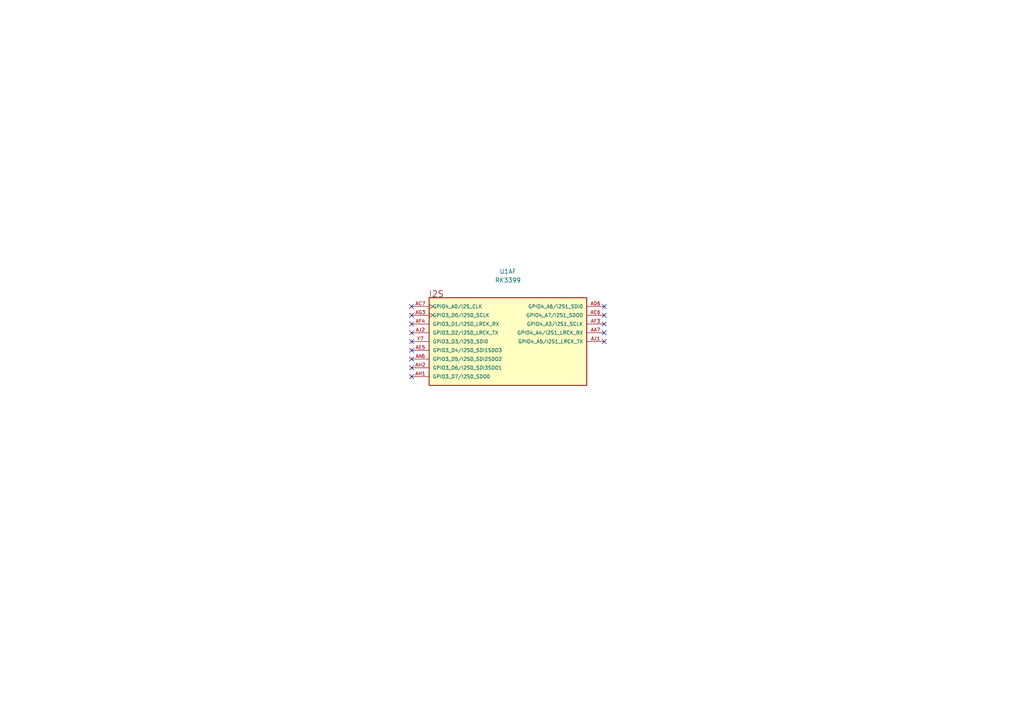
<source format=kicad_sch>
(kicad_sch (version 20250114) (generator "eeschema") (generator_version "9.0")
  (paper "A4")
  (title_block (title "CPU-RK3399 I2S Controller") (date "2026-01-14") (rev "1.0.0") (company "TickLab") (comment 1 "Project: VESA-SBC3399"))
  (lib_symbols
    (symbol "component_library:System On Chip (SoC)/RK3399" (pin_names (offset 1.016))
      (property "Reference" "U" (at -20.32 119.38 0))
      (property "Value" "RK3399" (at -15.9283 -124.354 0))
      (symbol "System On Chip (SoC)/RK3399_1_0"
        (text "Internal Logic Ground and Digital IO Ground" (at -30.48 116.84 0) (effects (font (size 1.7823 1.7823)) (justify left bottom)))
        (pin power_in line (at -20.32 114.3 0) (length 5.08) (name "VSS_1") (number "A1"))
        (pin power_in line (at -20.32 111.76 0) (length 5.08) (name "VSS_2") (number "A27"))
        (pin power_in line (at -20.32 109.22 0) (length 5.08) (name "VSS_3") (number "A31"))
        (pin power_in line (at -20.32 106.68 0) (length 5.08) (name "VSS_4") (number "AA3"))
        (pin power_in line (at -20.32 104.14 0) (length 5.08) (name "VSS_5") (number "AA5"))
        (pin power_in line (at -20.32 101.6 0) (length 5.08) (name "VSS_6") (number "AA9"))
        (pin power_in line (at -20.32 99.06 0) (length 5.08) (name "VSS_7") (number "AF18"))
        (pin power_in line (at -20.32 96.52 0) (length 5.08) (name "VSS_8") (number "Y3"))
        (pin power_in line (at -20.32 93.98 0) (length 5.08) (name "VSS_9") (number "AB9"))
        (pin power_in line (at -20.32 91.44 0) (length 5.08) (name "VSS_10") (number "AF20"))
        (pin power_in line (at -20.32 88.9 0) (length 5.08) (name "VSS_11") (number "AD22"))
        (pin power_in line (at -20.32 86.36 0) (length 5.08) (name "VSS_12") (number "AC22"))
        (pin power_in line (at -20.32 83.82 0) (length 5.08) (name "VSS_13") (number "AC20"))
        (pin power_in line (at -20.32 81.28 0) (length 5.08) (name "VSS_14") (number "AE23"))
        (pin power_in line (at -20.32 78.74 0) (length 5.08) (name "VSS_15") (number "Y10"))
        (pin power_in line (at -20.32 76.2 0) (length 5.08) (name "VSS_16") (number "AC3"))
        (pin power_in line (at -20.32 73.66 0) (length 5.08) (name "VSS_17") (number "AD3"))
        (pin power_in line (at -20.32 71.12 0) (length 5.08) (name "VSS_18") (number "AD5"))
        (pin power_in line (at -20.32 68.58 0) (length 5.08) (name "VSS_19") (number "AD10"))
        (pin power_in line (at -20.32 66.04 0) (length 5.08) (name "VSS_20") (number "AF9"))
        (pin power_in line (at -20.32 63.5 0) (length 5.08) (name "VSS_21") (number "AG2"))
        (pin power_in line (at -20.32 60.96 0) (length 5.08) (name "VSS_22") (number "AJ5"))
        (pin power_in line (at -20.32 58.42 0) (length 5.08) (name "VSS_23") (number "AL1"))
        (pin power_in line (at -20.32 55.88 0) (length 5.08) (name "VSS_24") (number "B5"))
        (pin power_in line (at -20.32 53.34 0) (length 5.08) (name "VSS_25") (number "C8"))
        (pin power_in line (at -20.32 50.8 0) (length 5.08) (name "VSS_26") (number "C9"))
        (pin power_in line (at -20.32 48.26 0) (length 5.08) (name "VSS_27") (number "C11"))
        (pin power_in line (at -20.32 45.72 0) (length 5.08) (name "VSS_28") (number "C12"))
        (pin power_in line (at -20.32 43.18 0) (length 5.08) (name "VSS_29") (number "C14"))
        (pin power_in line (at -20.32 40.64 0) (length 5.08) (name "VSS_30") (number "C15"))
        (pin power_in line (at -20.32 38.1 0) (length 5.08) (name "VSS_31") (number "C17"))
        (pin power_in line (at -20.32 35.56 0) (length 5.08) (name "VSS_32") (number "C18"))
        (pin power_in line (at -20.32 33.02 0) (length 5.08) (name "VSS_33") (number "C20"))
        (pin power_in line (at -20.32 30.48 0) (length 5.08) (name "VSS_34") (number "C21"))
        (pin power_in line (at -20.32 27.94 0) (length 5.08) (name "VSS_35") (number "C23"))
        (pin power_in line (at -20.32 25.4 0) (length 5.08) (name "VSS_36") (number "C24"))
        (pin power_in line (at -20.32 22.86 0) (length 5.08) (name "VSS_37") (number "C26"))
        (pin power_in line (at -20.32 20.32 0) (length 5.08) (name "VSS_38") (number "D5"))
        (pin power_in line (at -20.32 17.78 0) (length 5.08) (name "VSS_39") (number "E2"))
        (pin power_in line (at -20.32 15.24 0) (length 5.08) (name "VSS_40") (number "E4"))
        (pin power_in line (at -20.32 12.7 0) (length 5.08) (name "VSS_41") (number "E7"))
        (pin power_in line (at -20.32 10.16 0) (length 5.08) (name "VSS_42") (number "E12"))
        (pin power_in line (at -20.32 7.62 0) (length 5.08) (name "VSS_43") (number "E15"))
        (pin power_in line (at -20.32 5.08 0) (length 5.08) (name "VSS_44") (number "E18"))
        (pin power_in line (at -20.32 2.54 0) (length 5.08) (name "VSS_45") (number "E21"))
        (pin power_in line (at -20.32 0 0) (length 5.08) (name "VSS_46") (number "E24"))
        (pin power_in line (at -20.32 -2.54 0) (length 5.08) (name "VSS_47") (number "E31"))
        (pin power_in line (at -20.32 -5.08 0) (length 5.08) (name "VSS_48") (number "F8"))
        (pin power_in line (at -20.32 -7.62 0) (length 5.08) (name "VSS_49") (number "F15"))
        (pin power_in line (at -20.32 -10.16 0) (length 5.08) (name "VSS_50") (number "F18"))
        (pin power_in line (at -20.32 -12.7 0) (length 5.08) (name "VSS_51") (number "F20"))
        (pin power_in line (at -20.32 -15.24 0) (length 5.08) (name "VSS_52") (number "F21"))
        (pin power_in line (at -20.32 -17.78 0) (length 5.08) (name "VSS_53") (number "G5"))
        (pin power_in line (at -20.32 -20.32 0) (length 5.08) (name "VSS_54") (number "G9"))
        (pin power_in line (at -20.32 -22.86 0) (length 5.08) (name "VSS_55") (number "G18"))
        (pin power_in line (at -20.32 -25.4 0) (length 5.08) (name "VSS_56") (number "G27"))
        (pin power_in line (at -20.32 -27.94 0) (length 5.08) (name "VSS_57") (number "H3"))
        (pin power_in line (at -20.32 -30.48 0) (length 5.08) (name "VSS_58") (number "H9"))
        (pin power_in line (at -20.32 -33.02 0) (length 5.08) (name "VSS_59") (number "H10"))
        (pin power_in line (at -20.32 -35.56 0) (length 5.08) (name "VSS_60") (number "H11"))
        (pin power_in line (at -20.32 -38.1 0) (length 5.08) (name "VSS_61") (number "H12"))
        (pin power_in line (at -20.32 -40.64 0) (length 5.08) (name "VSS_62") (number "H13"))
        (pin power_in line (at -20.32 -43.18 0) (length 5.08) (name "VSS_63") (number "H15"))
        (pin power_in line (at -20.32 -45.72 0) (length 5.08) (name "VSS_64") (number "H16"))
        (pin power_in line (at -20.32 -48.26 0) (length 5.08) (name "VSS_65") (number "H17"))
        (pin power_in line (at -20.32 -50.8 0) (length 5.08) (name "VSS_66") (number "H18"))
        (pin power_in line (at -20.32 -53.34 0) (length 5.08) (name "VSS_67") (number "H26"))
        (pin power_in line (at -20.32 -55.88 0) (length 5.08) (name "VSS_68") (number "J3"))
        (pin power_in line (at -20.32 -58.42 0) (length 5.08) (name "VSS_69") (number "J6"))
        (pin power_in line (at -20.32 -60.96 0) (length 5.08) (name "VSS_70") (number "J7"))
        (pin power_in line (at -20.32 -63.5 0) (length 5.08) (name "VSS_71") (number "J8"))
        (pin power_in line (at -20.32 -66.04 0) (length 5.08) (name "VSS_72") (number "J9"))
        (pin power_in line (at -20.32 -68.58 0) (length 5.08) (name "VSS_73") (number "J10"))
        (pin power_in line (at -20.32 -71.12 0) (length 5.08) (name "VSS_74") (number "K8"))
        (pin power_in line (at -20.32 -73.66 0) (length 5.08) (name "VSS_75") (number "K9"))
        (pin power_in line (at -20.32 -76.2 0) (length 5.08) (name "VSS_76") (number "K10"))
        (pin power_in line (at -20.32 -78.74 0) (length 5.08) (name "VSS_77") (number "K12"))
        (pin power_in line (at -20.32 -81.28 0) (length 5.08) (name "VSS_78") (number "K14"))
        (pin power_in line (at -20.32 -83.82 0) (length 5.08) (name "VSS_79") (number "K16"))
        (pin power_in line (at -20.32 -86.36 0) (length 5.08) (name "VSS_80") (number "K18"))
        (pin power_in line (at -20.32 -88.9 0) (length 5.08) (name "VSS_81") (number "W21"))
        (pin power_in line (at -20.32 -91.44 0) (length 5.08) (name "VSS_82") (number "K20"))
        (pin power_in line (at -20.32 -93.98 0) (length 5.08) (name "VSS_83") (number "N19"))
        (pin power_in line (at -20.32 -96.52 0) (length 5.08) (name "VSS_84") (number "K22"))
        (pin power_in line (at -20.32 -99.06 0) (length 5.08) (name "VSS_85") (number "L3"))
        (pin power_in line (at -20.32 -101.6 0) (length 5.08) (name "VSS_86") (number "L6"))
        (pin power_in line (at -20.32 -104.14 0) (length 5.08) (name "VSS_87") (number "L8"))
        (pin power_in line (at -20.32 -106.68 0) (length 5.08) (name "VSS_88") (number "L11"))
        (pin power_in line (at -20.32 -109.22 0) (length 5.08) (name "VSS_89") (number "L12"))
        (pin power_in line (at -20.32 -111.76 0) (length 5.08) (name "VSS_90") (number "L13"))
        (pin power_in line (at 20.32 114.3 180) (length 5.08) (name "VSS_91") (number "L14"))
        (pin power_in line (at 20.32 111.76 180) (length 5.08) (name "VSS_92") (number "L15"))
        (pin power_in line (at 20.32 109.22 180) (length 5.08) (name "VSS_93") (number "L16"))
        (pin power_in line (at 20.32 106.68 180) (length 5.08) (name "VSS_94") (number "N17"))
        (pin power_in line (at 20.32 104.14 180) (length 5.08) (name "VSS_95") (number "Y17"))
        (pin power_in line (at 20.32 101.6 180) (length 5.08) (name "VSS_96") (number "L20"))
        (pin power_in line (at 20.32 99.06 180) (length 5.08) (name "VSS_97") (number "L22"))
        (pin power_in line (at 20.32 96.52 180) (length 5.08) (name "VSS_98") (number "N21"))
        (pin power_in line (at 20.32 93.98 180) (length 5.08) (name "VSS_99") (number "L27"))
        (pin power_in line (at 20.32 91.44 180) (length 5.08) (name "VSS_100") (number "M3"))
        (pin power_in line (at 20.32 88.9 180) (length 5.08) (name "VSS_101") (number "M8"))
        (pin power_in line (at 20.32 86.36 180) (length 5.08) (name "VSS_102") (number "M10"))
        (pin power_in line (at 20.32 83.82 180) (length 5.08) (name "VSS_103") (number "M16"))
        (pin power_in line (at 20.32 81.28 180) (length 5.08) (name "VSS_104") (number "M23"))
        (pin power_in line (at 20.32 78.74 180) (length 5.08) (name "VSS_105") (number "N8"))
        (pin power_in line (at 20.32 76.2 180) (length 5.08) (name "VSS_106") (number "P11"))
        (pin power_in line (at 20.32 73.66 180) (length 5.08) (name "VSS_107") (number "P12"))
        (pin power_in line (at 20.32 71.12 180) (length 5.08) (name "VSS_108") (number "N13"))
        (pin power_in line (at 20.32 68.58 180) (length 5.08) (name "VSS_109") (number "N14"))
        (pin power_in line (at 20.32 66.04 180) (length 5.08) (name "VSS_110") (number "N15"))
        (pin power_in line (at 20.32 63.5 180) (length 5.08) (name "VSS_111") (number "N16"))
        (pin power_in line (at 20.32 60.96 180) (length 5.08) (name "VSS_112") (number "P3"))
        (pin power_in line (at 20.32 58.42 180) (length 5.08) (name "VSS_113") (number "P6"))
        (pin power_in line (at 20.32 55.88 180) (length 5.08) (name "VSS_114") (number "P7"))
        (pin power_in line (at 20.32 53.34 180) (length 5.08) (name "VSS_115") (number "P8"))
        (pin power_in line (at 20.32 50.8 180) (length 5.08) (name "VSS_116") (number "P10"))
        (pin power_in line (at 20.32 48.26 180) (length 5.08) (name "VSS_117") (number "P16"))
        (pin power_in line (at 20.32 45.72 180) (length 5.08) (name "VSS_118") (number "Y16"))
        (pin power_in line (at 20.32 43.18 180) (length 5.08) (name "VSS_119") (number "P19"))
        (pin power_in line (at 20.32 40.64 180) (length 5.08) (name "VSS_120") (number "R21"))
        (pin power_in line (at 20.32 38.1 180) (length 5.08) (name "VSS_121") (number "P21"))
        (pin power_in line (at 20.32 35.56 180) (length 5.08) (name "VSS_122") (number "T19"))
        (pin power_in line (at 20.32 33.02 180) (length 5.08) (name "VSS_123") (number "R3"))
        (pin power_in line (at 20.32 30.48 180) (length 5.08) (name "VSS_124") (number "R5"))
        (pin power_in line (at 20.32 27.94 180) (length 5.08) (name "VSS_125") (number "R6"))
        (pin power_in line (at 20.32 25.4 180) (length 5.08) (name "VSS_126") (number "U11"))
        (pin power_in line (at 20.32 22.86 180) (length 5.08) (name "VSS_127") (number "U12"))
        (pin power_in line (at 20.32 20.32 180) (length 5.08) (name "VSS_128") (number "W13"))
        (pin power_in line (at 20.32 17.78 180) (length 5.08) (name "VSS_129") (number "R14"))
        (pin power_in line (at 20.32 15.24 180) (length 5.08) (name "VSS_130") (number "R15"))
        (pin power_in line (at 20.32 12.7 180) (length 5.08) (name "VSS_131") (number "R16"))
        (pin power_in line (at 20.32 10.16 180) (length 5.08) (name "VSS_132") (number "AC21"))
        (pin power_in line (at 20.32 7.62 180) (length 5.08) (name "VSS_133") (number "R23"))
        (pin power_in line (at 20.32 5.08 180) (length 5.08) (name "VSS_134") (number "T8"))
        (pin power_in line (at 20.32 2.54 180) (length 5.08) (name "VSS_135") (number "T10"))
        (pin power_in line (at 20.32 0 180) (length 5.08) (name "VSS_136") (number "Y12"))
        (pin power_in line (at 20.32 -2.54 180) (length 5.08) (name "VSS_137") (number "U14"))
        (pin power_in line (at 20.32 -5.08 180) (length 5.08) (name "VSS_138") (number "T16"))
        (pin power_in line (at 20.32 -7.62 180) (length 5.08) (name "VSS_139") (number "T21"))
        (pin power_in line (at 20.32 -10.16 180) (length 5.08) (name "VSS_140") (number "AB19"))
        (pin power_in line (at 20.32 -12.7 180) (length 5.08) (name "VSS_141") (number "U3"))
        (pin power_in line (at 20.32 -15.24 180) (length 5.08) (name "VSS_142") (number "U8"))
        (pin power_in line (at 20.32 -17.78 180) (length 5.08) (name "VSS_143") (number "U15"))
        (pin power_in line (at 20.32 -20.32 180) (length 5.08) (name "VSS_144") (number "U16"))
        (pin power_in line (at 20.32 -22.86 180) (length 5.08) (name "VSS_145") (number "AC18"))
        (pin power_in line (at 20.32 -25.4 180) (length 5.08) (name "VSS_146") (number "U19"))
        (pin power_in line (at 20.32 -27.94 180) (length 5.08) (name "VSS_147") (number "U21"))
        (pin power_in line (at 20.32 -30.48 180) (length 5.08) (name "VSS_148") (number "V17"))
        (pin power_in line (at 20.32 -33.02 180) (length 5.08) (name "VSS_149") (number "U22"))
        (pin power_in line (at 20.32 -35.56 180) (length 5.08) (name "VSS_150") (number "U29"))
        (pin power_in line (at 20.32 -38.1 180) (length 5.08) (name "VSS_151") (number "V3"))
        (pin power_in line (at 20.32 -40.64 180) (length 5.08) (name "VSS_152") (number "V5"))
        (pin power_in line (at 20.32 -43.18 180) (length 5.08) (name "VSS_153") (number "V8"))
        (pin power_in line (at 20.32 -45.72 180) (length 5.08) (name "VSS_154") (number "V10"))
        (pin power_in line (at 20.32 -48.26 180) (length 5.08) (name "VSS_155") (number "Y11"))
        (pin power_in line (at 20.32 -50.8 180) (length 5.08) (name "VSS_156") (number "Y14"))
        (pin power_in line (at 20.32 -53.34 180) (length 5.08) (name "VSS_157") (number "Y15"))
        (pin power_in line (at 20.32 -55.88 180) (length 5.08) (name "VSS_158") (number "W22"))
        (pin power_in line (at 20.32 -58.42 180) (length 5.08) (name "VSS_159") (number "W17"))
        (pin power_in line (at 20.32 -60.96 180) (length 5.08) (name "VSS_160") (number "W30"))
        (pin power_in line (at 20.32 -63.5 180) (length 5.08) (name "VSS_161") (number "W8"))
        (pin power_in line (at 20.32 -66.04 180) (length 5.08) (name "VSS_162") (number "W9"))
        (pin power_in line (at 20.32 -68.58 180) (length 5.08) (name "VSS_163") (number "AD21"))
        (pin power_in line (at 20.32 -71.12 180) (length 5.08) (name "VSS_164") (number "Y13"))
        (pin power_in line (at 20.32 -73.66 180) (length 5.08) (name "VSS_165") (number "R18"))
        (pin power_in line (at 20.32 -76.2 180) (length 5.08) (name "VSS_166") (number "Y9"))
        (pin power_in line (at 20.32 -78.74 180) (length 5.08) (name "VSS_167") (number "W19"))
        (pin power_in line (at 20.32 -81.28 180) (length 5.08) (name "VSS_168") (number "T18"))
        (pin power_in line (at 20.32 -83.82 180) (length 5.08) (name "VSS_169") (number "W18"))
        (pin power_in line (at 20.32 -86.36 180) (length 5.08) (name "VSS_170") (number "Y20"))
        (pin power_in line (at 20.32 -88.9 180) (length 5.08) (name "VSS_171") (number "AJ28"))
        (pin power_in line (at 20.32 -91.44 180) (length 5.08) (name "VSS_172") (number "AJ21"))
        (pin power_in line (at 20.32 -93.98 180) (length 5.08) (name "VSS_173") (number "AJ23"))
        (pin power_in line (at 20.32 -96.52 180) (length 5.08) (name "VSS_174") (number "AJ24"))
        (pin power_in line (at 20.32 -99.06 180) (length 5.08) (name "VSS_175") (number "AJ26"))
        (pin power_in line (at 20.32 -101.6 180) (length 5.08) (name "VSS_176") (number "AJ27"))
        (pin power_in line (at 20.32 -104.14 180) (length 5.08) (name "VSS_177") (number "AA13"))
        (pin power_in line (at 20.32 -106.68 180) (length 5.08) (name "VSS_178") (number "AL31"))
        (pin power_in line (at 20.32 -109.22 180) (length 5.08) (name "VSS_179") (number "AA10"))
        (pin power_in line (at 20.32 -111.76 180) (length 5.08) (name "VSS_180") (number "AJ20"))
      )
      (symbol "System On Chip (SoC)/RK3399_2_0"
        (text "Analog Ground" (at -15.3236 48.4013 0) (effects (font (size 1.784 1.784)) (justify left bottom)))
        (pin power_in line (at -20.32 43.18 0) (length 5.08) (name "AVSS_1") (number "Y23"))
        (pin power_in line (at -20.32 40.64 0) (length 5.08) (name "AVSS_2") (number "AF23"))
        (pin power_in line (at -20.32 38.1 0) (length 5.08) (name "AVSS_3") (number "AF24"))
        (pin power_in line (at -20.32 35.56 0) (length 5.08) (name "AVSS_4") (number "AA23"))
        (pin power_in line (at -20.32 33.02 0) (length 5.08) (name "AVSS_5") (number "AB23"))
        (pin power_in line (at -20.32 30.48 0) (length 5.08) (name "AVSS_6") (number "AA26"))
        (pin power_in line (at -20.32 27.94 0) (length 5.08) (name "AVSS_7") (number "AA29"))
        (pin power_in line (at -20.32 25.4 0) (length 5.08) (name "AVSS_8") (number "AB11"))
        (pin power_in line (at -20.32 22.86 0) (length 5.08) (name "AVSS_9") (number "AB13"))
        (pin power_in line (at -20.32 20.32 0) (length 5.08) (name "AVSS_10") (number "AC15"))
        (pin power_in line (at -20.32 17.78 0) (length 5.08) (name "AVSS_11") (number "AD13"))
        (pin power_in line (at -20.32 15.24 0) (length 5.08) (name "AVSS_12") (number "AB10"))
        (pin power_in line (at -20.32 12.7 0) (length 5.08) (name "AVSS_13") (number "AA11"))
        (pin power_in line (at -20.32 10.16 0) (length 5.08) (name "AVSS_14") (number "AC26"))
        (pin power_in line (at -20.32 7.62 0) (length 5.08) (name "AVSS_15") (number "AC29"))
        (pin power_in line (at -20.32 5.08 0) (length 5.08) (name "AVSS_16") (number "AD17"))
        (pin power_in line (at -20.32 2.54 0) (length 5.08) (name "AVSS_17") (number "AA12"))
        (pin power_in line (at -20.32 0 0) (length 5.08) (name "AVSS_18") (number "AC16"))
        (pin power_in line (at -20.32 -2.54 0) (length 5.08) (name "AVSS_19") (number "AC23"))
        (pin power_in line (at -20.32 -5.08 0) (length 5.08) (name "AVSS_20") (number "AD29"))
        (pin power_in line (at -20.32 -7.62 0) (length 5.08) (name "AVSS_21") (number "AE11"))
        (pin power_in line (at -20.32 -10.16 0) (length 5.08) (name "AVSS_22") (number "AE12"))
        (pin power_in line (at -20.32 -12.7 0) (length 5.08) (name "AVSS_23") (number "AE14"))
        (pin power_in line (at -20.32 -15.24 0) (length 5.08) (name "AVSS_24") (number "AE17"))
        (pin power_in line (at -20.32 -17.78 0) (length 5.08) (name "AVSS_25") (number "AE27"))
        (pin power_in line (at -20.32 -20.32 0) (length 5.08) (name "AVSS_26") (number "AA14"))
        (pin power_in line (at -20.32 -22.86 0) (length 5.08) (name "AVSS_27") (number "AF17"))
        (pin power_in line (at -20.32 -25.4 0) (length 5.08) (name "AVSS_28") (number "AF29"))
        (pin power_in line (at -20.32 -27.94 0) (length 5.08) (name "AVSS_29") (number "AG29"))
        (pin power_in line (at -20.32 -30.48 0) (length 5.08) (name "AVSS_30") (number "AH29"))
        (pin power_in line (at -20.32 -33.02 0) (length 5.08) (name "AVSS_31") (number "AJ6"))
        (pin power_in line (at -20.32 -35.56 0) (length 5.08) (name "AVSS_32") (number "AJ8"))
        (pin power_in line (at -20.32 -38.1 0) (length 5.08) (name "AVSS_33") (number "AJ9"))
        (pin power_in line (at -20.32 -40.64 0) (length 5.08) (name "AVSS_34") (number "AJ11"))
        (pin power_in line (at -20.32 -43.18 0) (length 5.08) (name "AVSS_35") (number "AJ12"))
        (pin power_in line (at 20.32 43.18 180) (length 5.08) (name "AVSS_36") (number "AJ14"))
        (pin power_in line (at 20.32 40.64 180) (length 5.08) (name "AVSS_37") (number "AJ15"))
        (pin power_in line (at 20.32 38.1 180) (length 5.08) (name "AVSS_38") (number "AJ17"))
        (pin power_in line (at 20.32 35.56 180) (length 5.08) (name "AVSS_39") (number "AJ18"))
        (pin power_in line (at 20.32 33.02 180) (length 5.08) (name "AVSS_40") (number "AD26"))
        (pin power_in line (at 20.32 30.48 180) (length 5.08) (name "AVSS_41") (number "AB16"))
        (pin power_in line (at 20.32 27.94 180) (length 5.08) (name "AVSS_42") (number "AB15"))
        (pin power_in line (at 20.32 25.4 180) (length 5.08) (name "AVSS_43") (number "AC17"))
        (pin power_in line (at 20.32 22.86 180) (length 5.08) (name "AVSS_44") (number "AC11"))
        (pin power_in line (at 20.32 20.32 180) (length 5.08) (name "AVSS_45") (number "AC13"))
        (pin power_in line (at 20.32 17.78 180) (length 5.08) (name "AVSS_46") (number "W23"))
        (pin power_in line (at 20.32 15.24 180) (length 5.08) (name "AVSS_47") (number "AJ29"))
        (pin power_in line (at 20.32 12.7 180) (length 5.08) (name "AVSS_48") (number "Y29"))
        (pin power_in line (at 20.32 10.16 180) (length 5.08) (name "AVSS_49") (number "U23"))
        (pin power_in line (at 20.32 7.62 180) (length 5.08) (name "AVSS_50") (number "V23"))
        (pin power_in line (at 20.32 5.08 180) (length 5.08) (name "AVSS_51") (number "AC25"))
        (pin power_in line (at 20.32 2.54 180) (length 5.08) (name "AVSS_52") (number "AB17"))
        (pin power_in line (at 20.32 0 180) (length 5.08) (name "AVSS_53") (number "AA15"))
        (pin power_in line (at 20.32 -7.62 180) (length 5.08) (name "EDP_AVSS_1") (number "B31"))
        (pin power_in line (at 20.32 -10.16 180) (length 5.08) (name "EDP_AVSS_2") (number "C28"))
        (pin power_in line (at 20.32 -12.7 180) (length 5.08) (name "EDP_AVSS_3") (number "C29"))
        (pin power_in line (at 20.32 -15.24 180) (length 5.08) (name "EDP_AVSS_4") (number "D29"))
        (pin power_in line (at 20.32 -17.78 180) (length 5.08) (name "EDP_AVSS_5") (number "H19"))
        (pin power_in line (at 20.32 -20.32 180) (length 5.08) (name "EDP_AVSS_6") (number "J21"))
        (pin power_in line (at 20.32 -30.48 180) (length 5.08) (name "PLL_AVSS") (number "P17"))
      )
      (symbol "System On Chip (SoC)/RK3399_3_0"
        (text "Internal Center Logic Power" (at -17.78 7.62 0) (effects (font (size 1.7808 1.7808)) (justify left bottom)))
        (pin power_in line (at -25.4 5.08 0) (length 5.08) (name "CENTERLOGIC_VDD_1") (number "M11"))
        (pin power_in line (at -25.4 2.54 0) (length 5.08) (name "CENTERLOGIC_VDD_2") (number "M12"))
        (pin power_in line (at -25.4 0 0) (length 5.08) (name "CENTERLOGIC_VDD_3") (number "M13"))
        (pin power_in line (at -25.4 -2.54 0) (length 5.08) (name "CENTERLOGIC_VDD_4") (number "M14"))
        (pin power_in line (at -25.4 -5.08 0) (length 5.08) (name "CENTERLOGIC_VDD_5") (number "M15"))
        (pin power_in line (at 25.4 5.08 180) (length 5.08) (name "CENTERLOGIC_VDD_6") (number "N11"))
        (pin power_in line (at 25.4 2.54 180) (length 5.08) (name "CENTERLOGIC_VDD_7") (number "N12"))
        (pin power_in line (at 25.4 0 180) (length 5.08) (name "CENTERLOGIC_VDD_8") (number "P13"))
        (pin power_in line (at 25.4 -2.54 180) (length 5.08) (name "CENTERLOGIC_VDD_9") (number "P14"))
        (pin power_in line (at 25.4 -5.08 180) (length 5.08) (name "CENTERLOGIC_VDD_10") (number "P15"))
      )
      (symbol "System On Chip (SoC)/RK3399_4_0"
        (text "Internal GPU Power" (at -15.3324 15.3417 0) (effects (font (size 1.7843 1.7843)) (justify left bottom)))
        (pin power_in line (at -20.32 12.7 0) (length 5.08) (name "GPU_VDD_1") (number "W11"))
        (pin power_in line (at -20.32 10.16 0) (length 5.08) (name "GPU_VDD_2") (number "W12"))
        (pin power_in line (at -20.32 7.62 0) (length 5.08) (name "GPU_VDD_3") (number "W14"))
        (pin power_in line (at -20.32 5.08 0) (length 5.08) (name "GPU_VDD_4") (number "V15"))
        (pin power_in line (at -20.32 2.54 0) (length 5.08) (name "GPU_VDD_5") (number "V14"))
        (pin power_in line (at -20.32 0 0) (length 5.08) (name "GPU_VDD_6") (number "V13"))
        (pin power_in line (at -20.32 -2.54 0) (length 5.08) (name "GPU_VDD_7") (number "U13"))
        (pin power_in line (at -20.32 -5.08 0) (length 5.08) (name "GPU_VDD_8") (number "R11"))
        (pin power_in line (at -20.32 -7.62 0) (length 5.08) (name "GPU_VDD_9") (number "R12"))
        (pin power_in line (at -20.32 -10.16 0) (length 5.08) (name "GPU_VDD_10") (number "T11"))
        (pin power_in line (at 20.32 12.7 180) (length 5.08) (name "GPU_VDD_11") (number "T12"))
        (pin power_in line (at 20.32 10.16 180) (length 5.08) (name "GPU_VDD_12") (number "T13"))
        (pin power_in line (at 20.32 7.62 180) (length 5.08) (name "GPU_VDD_13") (number "R13"))
        (pin power_in line (at 20.32 5.08 180) (length 5.08) (name "GPU_VDD_14") (number "T14"))
        (pin power_in line (at 20.32 2.54 180) (length 5.08) (name "GPU_VDD_15") (number "V11"))
        (pin power_in line (at 20.32 0 180) (length 5.08) (name "GPU_VDD_16") (number "V12"))
        (pin power_in line (at 20.32 -2.54 180) (length 5.08) (name "GPU_VDD_17") (number "V16"))
        (pin power_in line (at 20.32 -5.08 180) (length 5.08) (name "GPU_VDD_18") (number "W16"))
        (pin power_in line (at 20.32 -7.62 180) (length 5.08) (name "GPU_VDD_19") (number "W15"))
        (pin power_in line (at 20.32 -10.16 180) (length 5.08) (name "GPU_VDD_20") (number "W10"))
        (pin power_out line (at 20.32 -12.7 180) (length 5.08) (name "GPU_VDD_COM") (number "T15"))
      )
      (symbol "System On Chip (SoC)/RK3399_5_0"
        (text "Internal BIG CPU A72 Power" (at -17.78 10.16 0) (effects (font (size 1.7837 1.7837)) (justify left bottom)))
        (pin power_in line (at -20.32 7.62 0) (length 5.08) (name "BIGCPU_VDD_1") (number "L19"))
        (pin power_in line (at -20.32 5.08 0) (length 5.08) (name "BIGCPU_VDD_2") (number "L21"))
        (pin power_in line (at -20.32 2.54 0) (length 5.08) (name "BIGCPU_VDD_3") (number "M18"))
        (pin power_in line (at -20.32 0 0) (length 5.08) (name "BIGCPU_VDD_4") (number "M19"))
        (pin power_in line (at -20.32 -2.54 0) (length 5.08) (name "BIGCPU_VDD_5") (number "M20"))
        (pin power_in line (at -20.32 -5.08 0) (length 5.08) (name "BIGCPU_VDD_6") (number "M21"))
        (pin power_in line (at -20.32 -7.62 0) (length 5.08) (name "BIGCPU_VDD_7") (number "M22"))
        (pin power_in line (at 20.32 7.62 180) (length 5.08) (name "BIGCPU_VDD_8") (number "L18"))
        (pin power_in line (at 20.32 5.08 180) (length 5.08) (name "BIGCPU_VDD_9") (number "N22"))
        (pin power_in line (at 20.32 2.54 180) (length 5.08) (name "BIGCPU_VDD_10") (number "N20"))
        (pin power_in line (at 20.32 0 180) (length 5.08) (name "BIGCPU_VDD_11") (number "L23"))
        (pin power_in line (at 20.32 -2.54 180) (length 5.08) (name "BIGCPU_VDD_12") (number "K19"))
        (pin power_in line (at 20.32 -5.08 180) (length 5.08) (name "BIGCPU_VDD_13") (number "K21"))
        (pin power_out line (at 20.32 -7.62 180) (length 5.08) (name "BIGCPU_VDD_COM") (number "N18"))
      )
      (symbol "System On Chip (SoC)/RK3399_6_0"
        (text "Internal Logic Power" (at -15.24 10.16 0) (effects (font (size 1.7838 1.7838)) (justify left bottom)))
        (pin power_in line (at -20.32 7.62 0) (length 5.08) (name "LOGIC_VDD_1") (number "V22"))
        (pin power_in line (at -20.32 5.08 0) (length 5.08) (name "LOGIC_VDD_2") (number "V21"))
        (pin power_in line (at -20.32 2.54 0) (length 5.08) (name "LOGIC_VDD_3") (number "V20"))
        (pin power_in line (at -20.32 0 0) (length 5.08) (name "LOGIC_VDD_4") (number "V19"))
        (pin power_in line (at -20.32 -2.54 0) (length 5.08) (name "LOGIC_VDD_5") (number "V18"))
        (pin power_in line (at -20.32 -5.08 0) (length 5.08) (name "LOGIC_VDD_6") (number "W20"))
        (pin power_in line (at 20.32 7.62 180) (length 5.08) (name "LOGIC_VDD_7") (number "U18"))
        (pin power_in line (at 20.32 5.08 180) (length 5.08) (name "LOGIC_VDD_8") (number "U17"))
        (pin power_in line (at 20.32 2.54 180) (length 5.08) (name "LOGIC_VDD_9") (number "M17"))
        (pin power_in line (at 20.32 0 180) (length 5.08) (name "LOGIC_VDD_10") (number "L17"))
        (pin power_in line (at 20.32 -2.54 180) (length 5.08) (name "LOGIC_VDD_11") (number "T17"))
        (pin power_in line (at 20.32 -5.08 180) (length 5.08) (name "LOGIC_VDD_12") (number "U20"))
      )
      (symbol "System On Chip (SoC)/RK3399_7_0"
        (text "Internal LITTLE CPU A53 Power" (at -20.4095 5.1351 0) (effects (font (size 1.7835 1.7835)) (justify left bottom)))
        (pin power_in line (at -20.32 2.54 0) (length 5.08) (name "LITCPU_VDD_1") (number "P20"))
        (pin power_in line (at -20.32 0 0) (length 5.08) (name "LITCPU_VDD_2") (number "R19"))
        (pin power_in line (at -20.32 -2.54 0) (length 5.08) (name "LITCPU_VDD_3") (number "R20"))
        (pin power_in line (at -20.32 -5.08 0) (length 5.08) (name "LITCPU_VDD_4") (number "P22"))
        (pin power_in line (at 20.32 2.54 180) (length 5.08) (name "LITCPU_VDD_5") (number "T22"))
        (pin power_in line (at 20.32 0 180) (length 5.08) (name "LITCPU_VDD_6") (number "T20"))
        (pin power_in line (at 20.32 -2.54 180) (length 5.08) (name "LITCPU_VDD_7") (number "R22"))
      )
      (symbol "System On Chip (SoC)/RK3399_8_0"
        (text "PCIe differential data I/O signals" (at -20.4082 22.9382 0) (effects (font (size 1.7834 1.7834)) (justify left bottom)))
        (pin input line (at -25.4 20.32 0) (length 5.08) (name "PCIE_RX0_P") (number "AF30"))
        (pin input line (at -25.4 17.78 0) (length 5.08) (name "PCIE_RX0_N") (number "AF31"))
        (pin input line (at -25.4 12.7 0) (length 5.08) (name "PCIE_RX1_P") (number "AH30"))
        (pin input line (at -25.4 10.16 0) (length 5.08) (name "PCIE_RX1_N") (number "AH31"))
        (pin input line (at -25.4 5.08 0) (length 5.08) (name "PCIE_RX2_P") (number "AC27"))
        (pin input line (at -25.4 2.54 0) (length 5.08) (name "PCIE_RX2_N") (number "AC28"))
        (pin input line (at -25.4 -2.54 0) (length 5.08) (name "PCIE_RX3_P") (number "AF27"))
        (pin input line (at -25.4 -5.08 0) (length 5.08) (name "PCIE_RX3_N") (number "AF28"))
        (pin input clock (at -25.4 -10.16 0) (length 5.08) (name "GPIO4_D0/PCIE_CLKREQNB") (number "AE6"))
        (pin power_in line (at 25.4 20.32 180) (length 5.08) (name "PCIE_AVDD_0V9") (number "W24"))
        (pin power_in line (at 25.4 17.78 180) (length 5.08) (name "PCIE_AVDD_1V8") (number "Y24"))
        (pin output line (at 25.4 12.7 180) (length 5.08) (name "PCIE_TX0_P") (number "AE30"))
        (pin output line (at 25.4 10.16 180) (length 5.08) (name "PCIE_TX0_N") (number "AE31"))
        (pin output line (at 25.4 5.08 180) (length 5.08) (name "PCIE_TX1_P") (number "AG30"))
        (pin output line (at 25.4 2.54 180) (length 5.08) (name "PCIE_TX1_N") (number "AG31"))
        (pin output line (at 25.4 -2.54 180) (length 5.08) (name "PCIE_TX2_P") (number "AA27"))
        (pin output line (at 25.4 -5.08 180) (length 5.08) (name "PCIE_TX2_N") (number "AA28"))
        (pin output line (at 25.4 -10.16 180) (length 5.08) (name "PCIE_TX3_P") (number "AD27"))
        (pin output line (at 25.4 -12.7 180) (length 5.08) (name "PCIE_TX3_N") (number "AD28"))
        (pin output line (at 25.4 -17.78 180) (length 5.08) (name "PCIE_RCLK_100M_N") (number "AD30"))
        (pin output line (at 25.4 -20.32 180) (length 5.08) (name "PCIE_RCLK_100M_P") (number "AD31"))
      )
      (symbol "System On Chip (SoC)/RK3399_9_0"
        (text "DDRC0" (at -20.4006 73.8062 0) (effects (font (size 1.7827 1.7827)) (justify left bottom)))
        (pin bidirectional line (at -25.4 71.12 0) (length 5.08) (name "DDR0_DQ0") (number "AB2"))
        (pin bidirectional line (at -25.4 68.58 0) (length 5.08) (name "DDR0_DQ1") (number "AB1"))
        (pin bidirectional line (at -25.4 66.04 0) (length 5.08) (name "DDR0_DQ2") (number "AA2"))
        (pin bidirectional line (at -25.4 63.5 0) (length 5.08) (name "DDR0_DQ3") (number "AA1"))
        (pin bidirectional line (at -25.4 60.96 0) (length 5.08) (name "DDR0_DQ4") (number "Y2"))
        (pin bidirectional line (at -25.4 58.42 0) (length 5.08) (name "DDR0_DQ5") (number "Y1"))
        (pin bidirectional line (at -25.4 55.88 0) (length 5.08) (name "DDR0_DQ6") (number "W1"))
        (pin bidirectional line (at -25.4 53.34 0) (length 5.08) (name "DDR0_DQ7") (number "W2"))
        (pin bidirectional line (at -25.4 50.8 0) (length 5.08) (name "DDR0_DQ8") (number "AF2"))
        (pin bidirectional line (at -25.4 48.26 0) (length 5.08) (name "DDR0_DQ9") (number "AE2"))
        (pin bidirectional line (at -25.4 45.72 0) (length 5.08) (name "DDR0_DQ10") (number "AF1"))
        (pin bidirectional line (at -25.4 43.18 0) (length 5.08) (name "DDR0_DQ11") (number "AD2"))
        (pin bidirectional line (at -25.4 40.64 0) (length 5.08) (name "DDR0_DQ12") (number "AE1"))
        (pin bidirectional line (at -25.4 38.1 0) (length 5.08) (name "DDR0_DQ13") (number "AD1"))
        (pin bidirectional line (at -25.4 35.56 0) (length 5.08) (name "DDR0_DQ14") (number "AC1"))
        (pin bidirectional line (at -25.4 33.02 0) (length 5.08) (name "DDR0_DQ15") (number "AC2"))
        (pin bidirectional line (at -25.4 30.48 0) (length 5.08) (name "DDR0_DQ16") (number "V1"))
        (pin bidirectional line (at -25.4 27.94 0) (length 5.08) (name "DDR0_DQ17") (number "V2"))
        (pin bidirectional line (at -25.4 25.4 0) (length 5.08) (name "DDR0_DQ18") (number "U1"))
        (pin bidirectional line (at -25.4 22.86 0) (length 5.08) (name "DDR0_DQ19") (number "U2"))
        (pin bidirectional line (at -25.4 20.32 0) (length 5.08) (name "DDR0_DQ20") (number "T1"))
        (pin bidirectional line (at -25.4 17.78 0) (length 5.08) (name "DDR0_DQ21") (number "T2"))
        (pin bidirectional line (at -25.4 15.24 0) (length 5.08) (name "DDR0_DQ22") (number "R2"))
        (pin bidirectional line (at -25.4 12.7 0) (length 5.08) (name "DDR0_DQ23") (number "R1"))
        (pin bidirectional line (at -25.4 10.16 0) (length 5.08) (name "DDR0_DQ24") (number "P1"))
        (pin bidirectional line (at -25.4 7.62 0) (length 5.08) (name "DDR0_DQ25") (number "P2"))
        (pin bidirectional line (at -25.4 5.08 0) (length 5.08) (name "DDR0_DQ26") (number "N1"))
        (pin bidirectional line (at -25.4 2.54 0) (length 5.08) (name "DDR0_DQ27") (number "M1"))
        (pin bidirectional line (at -25.4 0 0) (length 5.08) (name "DDR0_DQ28") (number "N2"))
        (pin bidirectional line (at -25.4 -2.54 0) (length 5.08) (name "DDR0_DQ29") (number "L1"))
        (pin bidirectional line (at -25.4 -5.08 0) (length 5.08) (name "DDR0_DQ30") (number "M2"))
        (pin bidirectional line (at -25.4 -7.62 0) (length 5.08) (name "DDR0_DQ31") (number "L2"))
        (pin bidirectional line (at -25.4 -15.24 0) (length 5.08) (name "DDR0_DQS0P") (number "Y4"))
        (pin bidirectional line (at -25.4 -17.78 0) (length 5.08) (name "DDR0_DQS0N") (number "AA4"))
        (pin bidirectional line (at -25.4 -20.32 0) (length 5.08) (name "DDR0_DQS1P") (number "AC4"))
        (pin bidirectional line (at -25.4 -22.86 0) (length 5.08) (name "DDR0_DQS1N") (number "AD4"))
        (pin bidirectional line (at -25.4 -25.4 0) (length 5.08) (name "DDR0_DQS2P") (number "U4"))
        (pin bidirectional line (at -25.4 -27.94 0) (length 5.08) (name "DDR0_DQS2N") (number "V4"))
        (pin bidirectional line (at -25.4 -30.48 0) (length 5.08) (name "DDR0_DQS3P") (number "P4"))
        (pin bidirectional line (at -25.4 -33.02 0) (length 5.08) (name "DDR0_DQS3N") (number "R4"))
        (pin bidirectional line (at -25.4 -38.1 0) (length 5.08) (name "DDR0_PZQ") (number "R7"))
        (pin power_in line (at -25.4 -58.42 0) (length 5.08) (name "DDR0PLL_AVDD_0V9") (number "R8"))
        (pin power_in line (at -25.4 -60.96 0) (length 5.08) (name "DDR0_CLK_VDD") (number "M7"))
        (pin power_in line (at -25.4 -63.5 0) (length 5.08) (name "DDR0_VDD_1") (number "L9"))
        (pin power_in line (at -25.4 -66.04 0) (length 5.08) (name "DDR0_VDD_2") (number "L10"))
        (pin power_in line (at -25.4 -68.58 0) (length 5.08) (name "DDR0_VDD_3") (number "M9"))
        (pin power_in line (at -25.4 -71.12 0) (length 5.08) (name "DDR0_VDD_4") (number "N9"))
        (pin power_in line (at -25.4 -73.66 0) (length 5.08) (name "DDR0_VDD_5") (number "N10"))
        (pin power_in line (at -25.4 -76.2 0) (length 5.08) (name "DDR0_VDD_6") (number "P9"))
        (pin power_in line (at -25.4 -78.74 0) (length 5.08) (name "DDR0_VDD_7") (number "R9"))
        (pin output line (at 25.4 71.12 180) (length 5.08) (name "DDR0_CLK0P") (number "H4"))
        (pin output line (at 25.4 68.58 180) (length 5.08) (name "DDR0_CLK0N") (number "J4"))
        (pin output line (at 25.4 66.04 180) (length 5.08) (name "DDR0_CLK1P") (number "H5"))
        (pin output line (at 25.4 63.5 180) (length 5.08) (name "DDR0_CLK1N") (number "J5"))
        (pin output line (at 25.4 58.42 180) (length 5.08) (name "DDR0_RESETN") (number "L7"))
        (pin output line (at 25.4 55.88 180) (length 5.08) (name "DDR0_RASN") (number "F3"))
        (pin output line (at 25.4 53.34 180) (length 5.08) (name "DDR0_CASN") (number "H6"))
        (pin output line (at 25.4 45.72 180) (length 5.08) (name "DDR0_DM0") (number "Y5"))
        (pin output line (at 25.4 43.18 180) (length 5.08) (name "DDR0_DM1") (number "AC5"))
        (pin output line (at 25.4 40.64 180) (length 5.08) (name "DDR0_DM2") (number "U5"))
        (pin output line (at 25.4 38.1 180) (length 5.08) (name "DDR0_DM3") (number "P5"))
        (pin output line (at 25.4 33.02 180) (length 5.08) (name "DDR0_CSN0") (number "M6"))
        (pin output line (at 25.4 30.48 180) (length 5.08) (name "DDR0_CSN1") (number "B1"))
        (pin output line (at 25.4 27.94 180) (length 5.08) (name "DDR0_CSN2") (number "M5"))
        (pin output line (at 25.4 25.4 180) (length 5.08) (name "DDR0_CSN3") (number "C2"))
        (pin output line (at 25.4 22.86 180) (length 5.08) (name "DDR0_A0") (number "F2"))
        (pin output line (at 25.4 20.32 180) (length 5.08) (name "DDR0_A1") (number "F1"))
        (pin output line (at 25.4 17.78 180) (length 5.08) (name "DDR0_A2") (number "G1"))
        (pin output line (at 25.4 15.24 180) (length 5.08) (name "DDR0_A3") (number "G2"))
        (pin output line (at 25.4 12.7 180) (length 5.08) (name "DDR0_A4") (number "H2"))
        (pin output line (at 25.4 10.16 180) (length 5.08) (name "DDR0_A5") (number "H1"))
        (pin output line (at 25.4 7.62 180) (length 5.08) (name "DDR0_A6") (number "J1"))
        (pin output line (at 25.4 5.08 180) (length 5.08) (name "DDR0_A7") (number "J2"))
        (pin output line (at 25.4 2.54 180) (length 5.08) (name "DDR0_A8") (number "K2"))
        (pin output line (at 25.4 0 180) (length 5.08) (name "DDR0_A9") (number "K1"))
        (pin output line (at 25.4 -2.54 180) (length 5.08) (name "DDR0_A10") (number "D1"))
        (pin output line (at 25.4 -5.08 180) (length 5.08) (name "DDR0_A11") (number "E3"))
        (pin output line (at 25.4 -7.62 180) (length 5.08) (name "DDR0_A12") (number "C1"))
        (pin output line (at 25.4 -10.16 180) (length 5.08) (name "DDR0_A13") (number "D2"))
        (pin output line (at 25.4 -12.7 180) (length 5.08) (name "DDR0_A14") (number "D3"))
        (pin output line (at 25.4 -15.24 180) (length 5.08) (name "DDR0_A15") (number "H7"))
        (pin output line (at 25.4 -20.32 180) (length 5.08) (name "DDR0_ATB0") (number "U6"))
        (pin output line (at 25.4 -22.86 180) (length 5.08) (name "DDR0_ATB1") (number "U7"))
        (pin output line (at 25.4 -27.94 180) (length 5.08) (name "DDR0_BA0") (number "C3"))
        (pin output line (at 25.4 -30.48 180) (length 5.08) (name "DDR0_BA1") (number "F4"))
        (pin output line (at 25.4 -33.02 180) (length 5.08) (name "DDR0_BA2") (number "M4"))
        (pin output line (at 25.4 -38.1 180) (length 5.08) (name "DDR0_ODT0") (number "L4"))
        (pin output line (at 25.4 -40.64 180) (length 5.08) (name "DDR0_ODT1") (number "L5"))
        (pin output line (at 25.4 -45.72 180) (length 5.08) (name "DDR0_PLL_TESTOUT_P") (number "V6"))
        (pin output line (at 25.4 -48.26 180) (length 5.08) (name "DDR0_PLL_TESTOUT_N") (number "V7"))
        (pin output line (at 25.4 -53.34 180) (length 5.08) (name "DDR0_WEN") (number "G6"))
        (pin output line (at 25.4 -60.96 180) (length 5.08) (name "DDR0_CKE0") (number "E1"))
        (pin output line (at 25.4 -63.5 180) (length 5.08) (name "DDR0_CKE1") (number "F5"))
        (pin power_in line (at 25.4 -68.58 180) (length 5.08) (name "DDR0_VDD_8") (number "R10"))
        (pin power_in line (at 25.4 -71.12 180) (length 5.08) (name "DDR0_VDD_9") (number "T9"))
        (pin power_in line (at 25.4 -73.66 180) (length 5.08) (name "DDR0_VDD_10") (number "U9"))
        (pin power_in line (at 25.4 -76.2 180) (length 5.08) (name "DDR0_VDD_11") (number "U10"))
        (pin power_in line (at 25.4 -78.74 180) (length 5.08) (name "DDR0_VDD_12") (number "V9"))
      )
      (symbol "System On Chip (SoC)/RK3399_10_0"
        (text "DDRC1" (at -20.4001 73.8044 0) (effects (font (size 1.7827 1.7827)) (justify left bottom)))
        (pin bidirectional line (at -25.4 71.12 0) (length 5.08) (name "DDR1_DQ0") (number "B15"))
        (pin bidirectional line (at -25.4 68.58 0) (length 5.08) (name "DDR1_DQ1") (number "A15"))
        (pin bidirectional line (at -25.4 66.04 0) (length 5.08) (name "DDR1_DQ2") (number "B16"))
        (pin bidirectional line (at -25.4 63.5 0) (length 5.08) (name "DDR1_DQ3") (number "A16"))
        (pin bidirectional line (at -25.4 60.96 0) (length 5.08) (name "DDR1_DQ4") (number "B17"))
        (pin bidirectional line (at -25.4 58.42 0) (length 5.08) (name "DDR1_DQ5") (number "A17"))
        (pin bidirectional line (at -25.4 55.88 0) (length 5.08) (name "DDR1_DQ6") (number "A18"))
        (pin bidirectional line (at -25.4 53.34 0) (length 5.08) (name "DDR1_DQ7") (number "B18"))
        (pin bidirectional line (at -25.4 50.8 0) (length 5.08) (name "DDR1_DQ8") (number "B11"))
        (pin bidirectional line (at -25.4 48.26 0) (length 5.08) (name "DDR1_DQ9") (number "B12"))
        (pin bidirectional line (at -25.4 45.72 0) (length 5.08) (name "DDR1_DQ10") (number "A11"))
        (pin bidirectional line (at -25.4 43.18 0) (length 5.08) (name "DDR1_DQ11") (number "B13"))
        (pin bidirectional line (at -25.4 40.64 0) (length 5.08) (name "DDR1_DQ12") (number "A12"))
        (pin bidirectional line (at -25.4 38.1 0) (length 5.08) (name "DDR1_DQ13") (number "A13"))
        (pin bidirectional line (at -25.4 35.56 0) (length 5.08) (name "DDR1_DQ14") (number "A14"))
        (pin bidirectional line (at -25.4 33.02 0) (length 5.08) (name "DDR1_DQ15") (number "B14"))
        (pin bidirectional line (at -25.4 30.48 0) (length 5.08) (name "DDR1_DQ16") (number "A19"))
        (pin bidirectional line (at -25.4 27.94 0) (length 5.08) (name "DDR1_DQ17") (number "B19"))
        (pin bidirectional line (at -25.4 25.4 0) (length 5.08) (name "DDR1_DQ18") (number "A20"))
        (pin bidirectional line (at -25.4 22.86 0) (length 5.08) (name "DDR1_DQ19") (number "B20"))
        (pin bidirectional line (at -25.4 20.32 0) (length 5.08) (name "DDR1_DQ20") (number "A21"))
        (pin bidirectional line (at -25.4 17.78 0) (length 5.08) (name "DDR1_DQ21") (number "B21"))
        (pin bidirectional line (at -25.4 15.24 0) (length 5.08) (name "DDR1_DQ22") (number "B22"))
        (pin bidirectional line (at -25.4 12.7 0) (length 5.08) (name "DDR1_DQ23") (number "A22"))
        (pin bidirectional line (at -25.4 10.16 0) (length 5.08) (name "DDR1_DQ24") (number "A23"))
        (pin bidirectional line (at -25.4 7.62 0) (length 5.08) (name "DDR1_DQ25") (number "B23"))
        (pin bidirectional line (at -25.4 5.08 0) (length 5.08) (name "DDR1_DQ26") (number "A24"))
        (pin bidirectional line (at -25.4 2.54 0) (length 5.08) (name "DDR1_DQ27") (number "A25"))
        (pin bidirectional line (at -25.4 0 0) (length 5.08) (name "DDR1_DQ28") (number "B24"))
        (pin bidirectional line (at -25.4 -2.54 0) (length 5.08) (name "DDR1_DQ29") (number "A26"))
        (pin bidirectional line (at -25.4 -5.08 0) (length 5.08) (name "DDR1_DQ30") (number "B25"))
        (pin bidirectional line (at -25.4 -7.62 0) (length 5.08) (name "DDR1_DQ31") (number "B26"))
        (pin bidirectional line (at -25.4 -15.24 0) (length 5.08) (name "DDR1_DQS0P") (number "D18"))
        (pin bidirectional line (at -25.4 -17.78 0) (length 5.08) (name "DDR1_DQS0N") (number "D17"))
        (pin bidirectional line (at -25.4 -20.32 0) (length 5.08) (name "DDR1_DQS1P") (number "D15"))
        (pin bidirectional line (at -25.4 -22.86 0) (length 5.08) (name "DDR1_DQS1N") (number "D14"))
        (pin bidirectional line (at -25.4 -25.4 0) (length 5.08) (name "DDR1_DQS2P") (number "D21"))
        (pin bidirectional line (at -25.4 -27.94 0) (length 5.08) (name "DDR1_DQS2N") (number "D20"))
        (pin bidirectional line (at -25.4 -30.48 0) (length 5.08) (name "DDR1_DQS3P") (number "D24"))
        (pin bidirectional line (at -25.4 -33.02 0) (length 5.08) (name "DDR1_DQS3N") (number "D23"))
        (pin bidirectional line (at -25.4 -38.1 0) (length 5.08) (name "DDR1_PZQ") (number "G15"))
        (pin power_in line (at -25.4 -58.42 0) (length 5.08) (name "DDR1PLL_AVDD_0V9") (number "H14"))
        (pin power_in line (at -25.4 -60.96 0) (length 5.08) (name "DDR1_CLK_VDD") (number "G12"))
        (pin power_in line (at -25.4 -63.5 0) (length 5.08) (name "DDR1_VDD_1") (number "J11"))
        (pin power_in line (at -25.4 -66.04 0) (length 5.08) (name "DDR1_VDD_2") (number "J12"))
        (pin power_in line (at -25.4 -68.58 0) (length 5.08) (name "DDR1_VDD_3") (number "J13"))
        (pin power_in line (at -25.4 -71.12 0) (length 5.08) (name "DDR1_VDD_4") (number "J14"))
        (pin power_in line (at -25.4 -73.66 0) (length 5.08) (name "DDR1_VDD_5") (number "J15"))
        (pin power_in line (at -25.4 -76.2 0) (length 5.08) (name "DDR1_VDD_6") (number "J16"))
        (pin power_in line (at -25.4 -78.74 0) (length 5.08) (name "DDR1_VDD_7") (number "J17"))
        (pin output line (at 25.4 71.12 180) (length 5.08) (name "DDR1_CLK0P") (number "D9"))
        (pin output line (at 25.4 68.58 180) (length 5.08) (name "DDR1_CLK0N") (number "D8"))
        (pin output line (at 25.4 66.04 180) (length 5.08) (name "DDR1_CLK1P") (number "E9"))
        (pin output line (at 25.4 63.5 180) (length 5.08) (name "DDR1_CLK1N") (number "E8"))
        (pin output line (at 25.4 58.42 180) (length 5.08) (name "DDR1_RESETN") (number "G11"))
        (pin output line (at 25.4 55.88 180) (length 5.08) (name "DDR1_RASN") (number "C6"))
        (pin output line (at 25.4 53.34 180) (length 5.08) (name "DDR1_CASN") (number "F9"))
        (pin output line (at 25.4 45.72 180) (length 5.08) (name "DDR1_DM0") (number "E17"))
        (pin output line (at 25.4 43.18 180) (length 5.08) (name "DDR1_DM1") (number "E14"))
        (pin output line (at 25.4 40.64 180) (length 5.08) (name "DDR1_DM2") (number "E20"))
        (pin output line (at 25.4 38.1 180) (length 5.08) (name "DDR1_DM3") (number "E23"))
        (pin output line (at 25.4 33.02 180) (length 5.08) (name "DDR1_CSN0") (number "F12"))
        (pin output line (at 25.4 30.48 180) (length 5.08) (name "DDR1_CSN1") (number "A2"))
        (pin output line (at 25.4 27.94 180) (length 5.08) (name "DDR1_CSN2") (number "F11"))
        (pin output line (at 25.4 25.4 180) (length 5.08) (name "DDR1_CSN3") (number "B3"))
        (pin output line (at 25.4 22.86 180) (length 5.08) (name "DDR1_A0") (number "B10"))
        (pin output line (at 25.4 20.32 180) (length 5.08) (name "DDR1_A1") (number "A10"))
        (pin output line (at 25.4 17.78 180) (length 5.08) (name "DDR1_A2") (number "B9"))
        (pin output line (at 25.4 15.24 180) (length 5.08) (name "DDR1_A3") (number "A9"))
        (pin output line (at 25.4 12.7 180) (length 5.08) (name "DDR1_A4") (number "B8"))
        (pin output line (at 25.4 10.16 180) (length 5.08) (name "DDR1_A5") (number "A8"))
        (pin output line (at 25.4 7.62 180) (length 5.08) (name "DDR1_A6") (number "B7"))
        (pin output line (at 25.4 5.08 180) (length 5.08) (name "DDR1_A7") (number "A7"))
        (pin output line (at 25.4 2.54 180) (length 5.08) (name "DDR1_A8") (number "B6"))
        (pin output line (at 25.4 0 180) (length 5.08) (name "DDR1_A9") (number "A6"))
        (pin output line (at 25.4 -2.54 180) (length 5.08) (name "DDR1_A10") (number "A4"))
        (pin output line (at 25.4 -5.08 180) (length 5.08) (name "DDR1_A11") (number "C5"))
        (pin output line (at 25.4 -7.62 180) (length 5.08) (name "DDR1_A12") (number "A3"))
        (pin output line (at 25.4 -10.16 180) (length 5.08) (name "DDR1_A13") (number "B4"))
        (pin output line (at 25.4 -12.7 180) (length 5.08) (name "DDR1_A14") (number "C4"))
        (pin output line (at 25.4 -15.24 180) (length 5.08) (name "DDR1_A15") (number "G8"))
        (pin output line (at 25.4 -20.32 180) (length 5.08) (name "DDR1_ATB0") (number "F17"))
        (pin output line (at 25.4 -22.86 180) (length 5.08) (name "DDR1_ATB1") (number "G17"))
        (pin output line (at 25.4 -27.94 180) (length 5.08) (name "DDR1_BA0") (number "B2"))
        (pin output line (at 25.4 -30.48 180) (length 5.08) (name "DDR1_BA1") (number "D6"))
        (pin output line (at 25.4 -33.02 180) (length 5.08) (name "DDR1_BA2") (number "D12"))
        (pin output line (at 25.4 -38.1 180) (length 5.08) (name "DDR1_ODT0") (number "D11"))
        (pin output line (at 25.4 -40.64 180) (length 5.08) (name "DDR1_ODT1") (number "E11"))
        (pin output line (at 25.4 -45.72 180) (length 5.08) (name "DDR1_PLL_TESTOUT_P") (number "F14"))
        (pin output line (at 25.4 -48.26 180) (length 5.08) (name "DDR1_PLL_TESTOUT_N") (number "G14"))
        (pin output line (at 25.4 -53.34 180) (length 5.08) (name "DDR1_WEN") (number "F7"))
        (pin output line (at 25.4 -60.96 180) (length 5.08) (name "DDR1_CKE0") (number "A5"))
        (pin output line (at 25.4 -63.5 180) (length 5.08) (name "DDR1_CKE1") (number "E6"))
        (pin power_in line (at 25.4 -68.58 180) (length 5.08) (name "DDR1_VDD_8") (number "J18"))
        (pin power_in line (at 25.4 -71.12 180) (length 5.08) (name "DDR1_VDD_9") (number "K11"))
        (pin power_in line (at 25.4 -73.66 180) (length 5.08) (name "DDR1_VDD_10") (number "K13"))
        (pin power_in line (at 25.4 -76.2 180) (length 5.08) (name "DDR1_VDD_11") (number "K15"))
        (pin power_in line (at 25.4 -78.74 180) (length 5.08) (name "DDR1_VDD_12") (number "K17"))
      )
      (symbol "System On Chip (SoC)/RK3399_11_0"
        (text "MISC" (at -30.602 30.5873 0) (effects (font (size 1.7843 1.7843)) (justify left bottom)))
        (pin input line (at -35.56 27.94 0) (length 5.08) (name "NPOR") (number "T30"))
        (pin input line (at -35.56 25.4 0) (length 5.08) (name "XIN_OSC") (number "Y31"))
        (pin output line (at -35.56 12.7 0) (length 5.08) (name "XOUT_OSC") (number "Y30"))
        (pin bidirectional line (at -35.56 7.62 0) (length 5.08) (name "GPIO4_D2") (number "AH3"))
        (pin bidirectional line (at -35.56 5.08 0) (length 5.08) (name "GPIO4_D3") (number "AK3"))
        (pin bidirectional line (at -35.56 2.54 0) (length 5.08) (name "GPIO4_D4") (number "AH5"))
        (pin bidirectional line (at -35.56 0 0) (length 5.08) (name "GPIO4_D5") (number "AJ3"))
        (pin bidirectional line (at -35.56 -2.54 0) (length 5.08) (name "GPIO4_D6") (number "AG4"))
        (pin bidirectional line (at -35.56 -7.62 0) (length 5.08) (name "USIC_STROBE") (number "AJ30"))
        (pin bidirectional line (at -35.56 -10.16 0) (length 5.08) (name "USIC_DATA") (number "AJ31"))
        (pin power_in line (at -35.56 -12.7 0) (length 5.08) (name "USIC_AVDD_1V2") (number "AD24"))
        (pin power_in line (at -35.56 -15.24 0) (length 5.08) (name "USIC_AVDD_0V9") (number "AD25"))
        (pin passive line (at -35.56 -20.32 0) (length 5.08) (name "EFUSE") (number "AD23"))
        (pin bidirectional line (at -35.56 -25.4 0) (length 5.08) (name "NC") (number "AA19"))
        (pin bidirectional line (at -35.56 -25.4 0) (length 5.08) (hide yes) (name "NC") (number "AA20"))
        (pin bidirectional line (at -35.56 -25.4 0) (length 5.08) (hide yes) (name "NC") (number "AA22"))
        (pin bidirectional line (at -35.56 -25.4 0) (length 5.08) (hide yes) (name "NC") (number "AB20"))
        (pin bidirectional line (at -35.56 -25.4 0) (length 5.08) (hide yes) (name "NC") (number "AB22"))
        (pin bidirectional line (at -35.56 -25.4 0) (length 5.08) (hide yes) (name "NC") (number "AC12"))
        (pin bidirectional line (at -35.56 -25.4 0) (length 5.08) (hide yes) (name "NC") (number "AC14"))
        (pin bidirectional line (at -35.56 -25.4 0) (length 5.08) (hide yes) (name "NC") (number "AD11"))
        (pin bidirectional line (at -35.56 -25.4 0) (length 5.08) (hide yes) (name "NC") (number "AD12"))
        (pin bidirectional line (at -35.56 -25.4 0) (length 5.08) (hide yes) (name "NC") (number "AD14"))
        (pin bidirectional line (at -35.56 -25.4 0) (length 5.08) (hide yes) (name "NC") (number "AD15"))
        (pin input line (at 35.56 27.94 180) (length 5.08) (name "GPIO0_A0/TEST_CLKOUT0/CLK32K_IN") (number "U31"))
        (pin output line (at 35.56 25.4 180) (length 5.08) (name "GPIO1_A5/AP_PWROFF") (number "R30"))
        (pin output line (at 35.56 22.86 180) (length 5.08) (name "GPIO0_A2/WIFI_26MHZ") (number "N24"))
        (pin output line (at 35.56 20.32 180) (length 5.08) (name "GPIO4_C5/SPDIF_TX") (number "AK1"))
        (pin bidirectional line (at 35.56 15.24 180) (length 5.08) (name "DFTJTAG_TMS") (number "AA24"))
        (pin bidirectional line (at 35.56 12.7 180) (length 5.08) (name "DFTJTAG_TRSTN") (number "AB24"))
        (pin bidirectional line (at 35.56 7.62 180) (length 5.08) (name "GPIO0_B2") (number "W31"))
        (pin bidirectional line (at 35.56 5.08 180) (length 5.08) (name "GPIO0_B3") (number "U30"))
        (pin bidirectional line (at 35.56 2.54 180) (length 5.08) (name "GPIO1_B5") (number "M24"))
        (pin bidirectional line (at 35.56 -2.54 180) (length 5.08) (name "GPIO4_D1/DP_HOTPLUG") (number "AK4"))
        (pin bidirectional line (at 35.56 -7.62 180) (length 5.08) (name "GPIO1_C6/TCPD_VBUS_SOURCE0") (number "L25"))
        (pin bidirectional line (at 35.56 -10.16 180) (length 5.08) (name "GPIO1_D0/TCPD_VBUS_SOURCE2") (number "L26"))
        (pin bidirectional line (at 35.56 -12.7 180) (length 5.08) (name "GPIO1_C7/TCPD_VBUS_SOURCE1") (number "M31"))
        (pin bidirectional line (at 35.56 -15.24 180) (length 5.08) (name "GPIO0_B5/TCPD_VBUS_FDIS/TCPD_VBUS_SOURCE3") (number "P24"))
        (pin bidirectional line (at 35.56 -17.78 180) (length 5.08) (name "GPIO0_B4/TCPD_VBUS_BDIS") (number "V26"))
        (pin bidirectional line (at 35.56 -22.86 180) (length 5.08) (name "GPIO0_B1/PMUIO2_VOLSEL") (number "V30"))
        (pin bidirectional line (at 35.56 -27.94 180) (length 5.08) (name "GPIO0_A1/DDRIO_PWROFF/TCPD_CCDB_EN") (number "R29"))
      )
      (symbol "System On Chip (SoC)/RK3399_12_0"
        (text "SDMMC" (at -33.02 12.7 0) (effects (font (size 1.783 1.783)) (justify left bottom)))
        (pin input line (at -38.1 10.16 0) (length 5.08) (name "GPIO0_B0/SDMMC0_WRPT/TEST_CLKOUT2") (number "U28"))
        (pin bidirectional line (at -38.1 5.08 0) (length 5.08) (name "GPIO4_B0/SDMMC0_D0/UART2A_RX") (number "Y27"))
        (pin bidirectional line (at -38.1 2.54 0) (length 5.08) (name "GPIO4_B1/SDMMC0_D1/UART2A_TX") (number "Y26"))
        (pin bidirectional line (at -38.1 0 0) (length 5.08) (name "GPIO4_B2/SDMMC0_D2/APJTAG_TCK") (number "Y28"))
        (pin bidirectional line (at -38.1 -2.54 0) (length 5.08) (name "GPIO4_B3/SDMMC0_D3/APJTAG_TMS") (number "U27"))
        (pin bidirectional line (at -38.1 -5.08 0) (length 5.08) (name "GPIO4_B5/SDMMC0_CMD/MCUJTAG_TMS") (number "V25"))
        (pin output line (at 40.64 10.16 180) (length 5.08) (name "GPIO4_B4/SDMMC0_CLKOUT/MUCJTAG_TCK") (number "V29"))
        (pin input line (at 40.64 5.08 180) (length 5.08) (name "GPIO0_A7/SDMMC0_DET") (number "V28"))
        (pin output line (at 40.64 -2.54 180) (length 5.08) (name "SDMMC0_VDDPST") (number "U26"))
        (pin power_in line (at 40.64 -5.08 180) (length 5.08) (name "SDMMC0_VDD") (number "T23"))
      )
      (symbol "System On Chip (SoC)/RK3399_13_0"
        (text "SDIO" (at -28.0968 10.2205 0) (effects (font (size 1.7845 1.7845)) (justify left bottom)))
        (pin bidirectional line (at -33.02 7.62 0) (length 5.08) (name "GPIO2_C4/SDIO0_D0/SPI5_RXD") (number "AD8"))
        (pin bidirectional line (at -33.02 5.08 0) (length 5.08) (name "GPIO2_C5/SDIO0_D1/SPI5_TXD") (number "AK5"))
        (pin bidirectional line (at -33.02 2.54 0) (length 5.08) (name "GPIO2_C6/SDIO0_D2/SPI5_CLK") (number "AG7"))
        (pin bidirectional line (at -33.02 0 0) (length 5.08) (name "GPIO2_C7/SDIO0_D3/SPI5_CSN0") (number "AE8"))
        (pin bidirectional line (at -33.02 -2.54 0) (length 5.08) (name "GPIO2_D0/SDIO0_CMD") (number "AH6"))
        (pin bidirectional line (at -33.02 -5.08 0) (length 5.08) (name "GPIO2_D1/SDIO0_CLKOUT/TEST_CLKOUT1") (number "AF7"))
        (pin bidirectional line (at -33.02 -10.16 0) (length 5.08) (name "GPIO2_D2/SDIO0_DETN/PCIE_CLKREQN") (number "AL4"))
        (pin bidirectional line (at 33.02 7.62 180) (length 5.08) (name "GPIO0_A3/SDIO0_WRPT") (number "V31"))
        (pin bidirectional line (at 33.02 2.54 180) (length 5.08) (name "GPIO2_D3/SDIO0_PWREN") (number "AD9"))
        (pin bidirectional line (at 33.02 -2.54 180) (length 5.08) (name "GPIO0_A4/SDIO0_INTN") (number "AA25"))
        (pin bidirectional line (at 33.02 -7.62 180) (length 5.08) (name "GPIO2_D4/SDIO0_BKPWR") (number "AF8"))
      )
      (symbol "System On Chip (SoC)/RK3399_14_0"
        (text "eMMC" (at -22.9583 15.3075 0) (effects (font (size 1.7838 1.7838)) (justify left bottom)))
        (pin bidirectional line (at -27.94 5.08 0) (length 5.08) (name "EMMC_D0") (number "J28"))
        (pin bidirectional line (at -27.94 2.54 0) (length 5.08) (name "EMMC_D1") (number "J29"))
        (pin bidirectional line (at -27.94 0 0) (length 5.08) (name "EMMC_D2") (number "J30"))
        (pin bidirectional line (at -27.94 -2.54 0) (length 5.08) (name "EMMC_D3") (number "J25"))
        (pin bidirectional line (at -27.94 -5.08 0) (length 5.08) (name "EMMC_D4") (number "J26"))
        (pin bidirectional line (at -27.94 -7.62 0) (length 5.08) (name "EMMC_D5") (number "J27"))
        (pin bidirectional line (at -27.94 -10.16 0) (length 5.08) (name "EMMC_D6") (number "L31"))
        (pin bidirectional line (at -27.94 -12.7 0) (length 5.08) (name "EMMC_D7") (number "K30"))
        (pin output line (at 27.94 12.7 180) (length 5.08) (name "EMMC_CLK") (number "L28"))
        (pin bidirectional line (at 27.94 10.16 180) (length 5.08) (name "EMMC_CMD") (number "J31"))
        (pin bidirectional line (at 27.94 7.62 180) (length 5.08) (name "EMMC_STRB") (number "K31"))
        (pin bidirectional line (at 27.94 2.54 180) (length 5.08) (name "GPIO0_A5/EMMC_PWRON") (number "V27"))
        (pin power_in line (at 27.94 -2.54 180) (length 5.08) (name "EMMC_VDD_1V8") (number "K24"))
        (pin power_in line (at 27.94 -5.08 180) (length 5.08) (name "EMMC_COREDLL_0V9") (number "L24"))
        (pin bidirectional line (at 27.94 -10.16 180) (length 5.08) (name "EMMC_CALIO") (number "L29"))
        (pin output line (at 27.94 -12.7 180) (length 5.08) (name "EMMC_TP") (number "L30"))
      )
      (symbol "System On Chip (SoC)/RK3399_15_0"
        (text "USB 2.0" (at -12.7 12.7 0) (effects (font (size 1.7829 1.7829)) (justify left bottom)))
        (pin input line (at -17.78 2.54 0) (length 5.08) (name "USB0_RBIAS") (number "AC31"))
        (pin input line (at -17.78 -10.16 0) (length 5.08) (name "USB1_RBIAS") (number "AC30"))
        (pin bidirectional line (at 17.78 10.16 180) (length 5.08) (name "USB0_DP") (number "AB30"))
        (pin bidirectional line (at 17.78 7.62 180) (length 5.08) (name "USB0_DN") (number "AB31"))
        (pin bidirectional line (at 17.78 -2.54 180) (length 5.08) (name "USB1_DP") (number "AA30"))
        (pin bidirectional line (at 17.78 -5.08 180) (length 5.08) (name "USB1_DN") (number "AA31"))
        (pin power_in line (at 17.78 -15.24 180) (length 5.08) (name "USB_AVDD_0V9") (number "V24"))
        (pin power_in line (at 17.78 -17.78 180) (length 5.08) (name "USB_AVDD_1V8") (number "U24"))
        (pin power_in line (at 17.78 -20.32 180) (length 5.08) (name "USB_AVDD_3V3") (number "Y25"))
      )
      (symbol "System On Chip (SoC)/RK3399_15_1"
        (text "USB 2.0 PHY0" (at -5.08 7.62 0) (effects (font (size 1.27 1.27))))
        (text "USB 2.0 PHY1" (at -5.08 -5.08 0) (effects (font (size 1.27 1.27))))
      )
      (symbol "System On Chip (SoC)/RK3399_16_0"
        (text "USB 3.0" (at -28.07 50.9806 0) (effects (font (size 1.7852 1.7852)) (justify left bottom)))
        (pin bidirectional line (at -33.02 48.26 0) (length 5.08) (name "TYPEC0_DP") (number "AG23"))
        (pin bidirectional line (at -33.02 45.72 0) (length 5.08) (name "TYPEC0_DN") (number "AH23"))
        (pin input line (at -33.02 43.18 0) (length 5.08) (name "TYPEC0_ID") (number "AL30"))
        (pin output line (at -33.02 38.1 0) (length 5.08) (name "TYPEC0_TX1P") (number "AL22"))
        (pin output line (at -33.02 35.56 0) (length 5.08) (name "TYPEC0_TX1M") (number "AK22"))
        (pin bidirectional line (at -33.02 33.02 0) (length 5.08) (name "TYPEC0_RX1P") (number "AK21"))
        (pin bidirectional line (at -33.02 30.48 0) (length 5.08) (name "TYPEC0_RX1M") (number "AL21"))
        (pin output line (at -33.02 25.4 0) (length 5.08) (name "TYPEC0_TX2P") (number "AL24"))
        (pin output line (at -33.02 22.86 0) (length 5.08) (name "TYPEC0_TX2M") (number "AK24"))
        (pin bidirectional line (at -33.02 20.32 0) (length 5.08) (name "TYPEC0_RX2P") (number "AK23"))
        (pin bidirectional line (at -33.02 17.78 0) (length 5.08) (name "TYPEC0_RX2M") (number "AL23"))
        (pin output line (at -33.02 12.7 0) (length 5.08) (name "TYPEC0_RCLKP") (number "AE18"))
        (pin output line (at -33.02 10.16 0) (length 5.08) (name "TYPEC0_RCLKM") (number "AD18"))
        (pin bidirectional line (at -33.02 5.08 0) (length 5.08) (name "TYPEC0_CC1") (number "AH18"))
        (pin bidirectional line (at -33.02 2.54 0) (length 5.08) (name "TYPEC0_CC2") (number "AH20"))
        (pin bidirectional line (at -33.02 -2.54 0) (length 5.08) (name "TYPEC0_AUXP") (number "AK20"))
        (pin bidirectional line (at -33.02 -5.08 0) (length 5.08) (name "TYPEC0_AUXM") (number "AL20"))
        (pin bidirectional line (at -33.02 -10.16 0) (length 5.08) (name "TYPEC0_AUXP_PD_PU") (number "AH17"))
        (pin bidirectional line (at -33.02 -12.7 0) (length 5.08) (name "TYPEC0_AUXM_PU_PD") (number "AG17"))
        (pin input line (at -33.02 -17.78 0) (length 5.08) (name "TYPEC0_REXT") (number "AG18"))
        (pin input line (at -33.02 -20.32 0) (length 5.08) (name "TYPEC0_REXT_CC") (number "AG20"))
        (pin bidirectional line (at -33.02 -25.4 0) (length 5.08) (name "TYPEC0_U2VBUSDET") (number "AK30"))
        (pin input line (at -33.02 -27.94 0) (length 5.08) (name "TYPEC0_U3VBUSDET") (number "AD19"))
        (pin bidirectional line (at 33.02 48.26 180) (length 5.08) (name "TYPEC1_DP") (number "AG24"))
        (pin bidirectional line (at 33.02 45.72 180) (length 5.08) (name "TYPEC1_DN") (number "AH24"))
        (pin input line (at 33.02 43.18 180) (length 5.08) (name "TYPEC1_ID") (number "AE26"))
        (pin output line (at 33.02 38.1 180) (length 5.08) (name "TYPEC1_TX1P") (number "AL26"))
        (pin output line (at 33.02 35.56 180) (length 5.08) (name "TYPEC1_TX1M") (number "AK26"))
        (pin bidirectional line (at 33.02 33.02 180) (length 5.08) (name "TYPEC1_RX1P") (number "AK25"))
        (pin bidirectional line (at 33.02 30.48 180) (length 5.08) (name "TYPEC1_RX1M") (number "AL25"))
        (pin output line (at 33.02 25.4 180) (length 5.08) (name "TYPEC1_TX2P") (number "AL28"))
        (pin output line (at 33.02 22.86 180) (length 5.08) (name "TYPEC1_TX2M") (number "AK28"))
        (pin bidirectional line (at 33.02 20.32 180) (length 5.08) (name "TYPEC1_RX2P") (number "AK27"))
        (pin bidirectional line (at 33.02 17.78 180) (length 5.08) (name "TYPEC1_RX2M") (number "AL27"))
        (pin output line (at 33.02 12.7 180) (length 5.08) (name "TYPEC1_RCLKM") (number "AD20"))
        (pin output line (at 33.02 10.16 180) (length 5.08) (name "TYPEC1_RCLKP") (number "AE20"))
        (pin bidirectional line (at 33.02 5.08 180) (length 5.08) (name "TYPEC1_CC1") (number "AH21"))
        (pin bidirectional line (at 33.02 2.54 180) (length 5.08) (name "TYPEC1_CC2") (number "AF21"))
        (pin bidirectional line (at 33.02 -2.54 180) (length 5.08) (name "TYPEC1_AUXP") (number "AK29"))
        (pin bidirectional line (at 33.02 -5.08 180) (length 5.08) (name "TYPEC1_AUXM") (number "AL29"))
        (pin bidirectional line (at 33.02 -10.16 180) (length 5.08) (name "TYPEC1_AUXP_PD_PU") (number "AE24"))
        (pin bidirectional line (at 33.02 -12.7 180) (length 5.08) (name "TYPEC1_AUXM_PU_PD") (number "AF25"))
        (pin input line (at 33.02 -17.78 180) (length 5.08) (name "TYPEC1_REXT") (number "AE21"))
        (pin input line (at 33.02 -20.32 180) (length 5.08) (name "TYPEC1_REXT_CC") (number "AG21"))
        (pin bidirectional line (at 33.02 -25.4 180) (length 5.08) (name "TYPEC1_U2VBUSDET") (number "AK31"))
        (pin input line (at 33.02 -27.94 180) (length 5.08) (name "TYPEC1_U3VBUSDET") (number "AC19"))
        (pin power_in line (at 33.02 -38.1 180) (length 5.08) (name "TYPEC0_AVDD_0V9_1") (number "Y19"))
        (pin power_in line (at 33.02 -40.64 180) (length 5.08) (name "TYPEC0_AVDD_0V9_2") (number "Y18"))
        (pin power_in line (at 33.02 -43.18 180) (length 5.08) (name "TYPEC1_AVDD_0V9_1") (number "Y21"))
        (pin power_in line (at 33.02 -45.72 180) (length 5.08) (name "TYPEC1_AVDD_0V9_2") (number "Y22"))
        (pin power_in line (at 33.02 -48.26 180) (length 5.08) (name "TYPEC0_AVDD_1V8") (number "AA18"))
        (pin power_in line (at 33.02 -50.8 180) (length 5.08) (name "TYPEC1_AVDD_1V8") (number "AA21"))
        (pin power_in line (at 33.02 -53.34 180) (length 5.08) (name "TYPEC0_AVDD_3V3") (number "AB18"))
        (pin power_in line (at 33.02 -55.88 180) (length 5.08) (name "TYPEC1_AVDD_3V3") (number "AB21"))
      )
      (symbol "System On Chip (SoC)/RK3399_16_1"
        (text "USB 3.0 PHY0" (at -10.16 7.62 0) (effects (font (size 1.27 1.27))))
        (text "USB 3.0 PHY1" (at 10.16 7.62 0) (effects (font (size 1.27 1.27))))
      )
      (symbol "System On Chip (SoC)/RK3399_17_0"
        (text "eDP" (at -22.932 17.8281 0) (effects (font (size 1.7813 1.7813)) (justify left bottom)))
        (pin bidirectional line (at -27.94 10.16 0) (length 5.08) (name "EDP_DC_TP") (number "G20"))
        (pin input line (at -27.94 5.08 0) (length 5.08) (name "EDP_REXT") (number "G21"))
        (pin input line (at -27.94 2.54 0) (length 5.08) (name "EDP_CLK24M_IN") (number "H21"))
        (pin bidirectional line (at -27.94 -5.08 0) (length 5.08) (name "EDP_AUXP") (number "B28"))
        (pin bidirectional line (at -27.94 -7.62 0) (length 5.08) (name "EDP_AUXN") (number "A28"))
        (pin bidirectional line (at -27.94 -12.7 0) (length 5.08) (name "GPIO4_C7/HDMI_CECINOUT/EDP_HOTPLUG") (number "AD7"))
        (pin power_in line (at 27.94 15.24 180) (length 5.08) (name "EDP_AVDD_0V9") (number "H20"))
        (pin power_in line (at 27.94 12.7 180) (length 5.08) (name "EDP_AVDD_1V8_1") (number "J19"))
        (pin power_in line (at 27.94 10.16 180) (length 5.08) (name "EDP_AVDD_1V8_2") (number "J20"))
        (pin output line (at 27.94 5.08 180) (length 5.08) (name "EDP_TX0P") (number "B29"))
        (pin output line (at 27.94 2.54 180) (length 5.08) (name "EDP_TX0N") (number "A29"))
        (pin output line (at 27.94 0 180) (length 5.08) (name "EDP_TX1P") (number "B30"))
        (pin output line (at 27.94 -2.54 180) (length 5.08) (name "EDP_TX1N") (number "A30"))
        (pin output line (at 27.94 -5.08 180) (length 5.08) (name "EDP_TX2P") (number "C30"))
        (pin output line (at 27.94 -7.62 180) (length 5.08) (name "EDP_TX2N") (number "C31"))
        (pin output line (at 27.94 -10.16 180) (length 5.08) (name "EDP_TX3P") (number "D30"))
        (pin output line (at 27.94 -12.7 180) (length 5.08) (name "EDP_TX3N") (number "D31"))
      )
      (symbol "System On Chip (SoC)/RK3399_18_0"
        (text "HDMI" (at -12.7 15.24 0) (effects (font (size 1.7859 1.7859)) (justify left bottom)))
        (pin bidirectional line (at -17.78 10.16 0) (length 5.08) (name "HDMI_TCP") (number "AK16"))
        (pin bidirectional line (at -17.78 7.62 0) (length 5.08) (name "HDMI_TCN") (number "AL16"))
        (pin bidirectional line (at -17.78 -2.54 0) (length 5.08) (name "HDMI_HPD") (number "AE15"))
        (pin bidirectional line (at -17.78 -5.08 0) (length 5.08) (name "HDMI_REXT") (number "AF15"))
        (pin output line (at 20.32 12.7 180) (length 5.08) (name "HDMI_TX0P") (number "AK17"))
        (pin output line (at 20.32 10.16 180) (length 5.08) (name "HDMI_TX0N") (number "AL17"))
        (pin output line (at 20.32 7.62 180) (length 5.08) (name "HDMI_TX1P") (number "AK18"))
        (pin output line (at 20.32 5.08 180) (length 5.08) (name "HDMI_TX1N") (number "AL18"))
        (pin output line (at 20.32 2.54 180) (length 5.08) (name "HDMI_TX2P") (number "AK19"))
        (pin output line (at 20.32 0 180) (length 5.08) (name "HDMI_TX2N") (number "AL19"))
        (pin power_in line (at 20.32 -5.08 180) (length 5.08) (name "HDMI_AVDD_0V9_1") (number "AA16"))
        (pin power_in line (at 20.32 -7.62 180) (length 5.08) (name "HDMI_AVDD_0V9_2") (number "AA17"))
        (pin power_in line (at 20.32 -10.16 180) (length 5.08) (name "HDMI_AVDD_1V8") (number "AD16"))
      )
      (symbol "System On Chip (SoC)/RK3399_19_0"
        (text "MIPI DSI" (at -17.9148 12.7825 0) (effects (font (size 1.7867 1.7867)) (justify left bottom)))
        (pin bidirectional line (at -22.86 10.16 0) (length 5.08) (name "MIPI_TX0_D0N") (number "AH15"))
        (pin bidirectional line (at -22.86 7.62 0) (length 5.08) (name "MIPI_TX0_D0P") (number "AG15"))
        (pin bidirectional line (at -22.86 5.08 0) (length 5.08) (name "MIPI_TX0_D1N") (number "AH14"))
        (pin bidirectional line (at -22.86 2.54 0) (length 5.08) (name "MIPI_TX0_D1P") (number "AG14"))
        (pin bidirectional line (at -22.86 0 0) (length 5.08) (name "MIPI_TX0_D2N") (number "AH11"))
        (pin bidirectional line (at -22.86 -2.54 0) (length 5.08) (name "MIPI_TX0_D2P") (number "AG11"))
        (pin bidirectional line (at -22.86 -5.08 0) (length 5.08) (name "MIPI_TX0_D3N") (number "AH9"))
        (pin bidirectional line (at -22.86 -7.62 0) (length 5.08) (name "MIPI_TX0_D3P") (number "AG9"))
        (pin bidirectional line (at 22.86 10.16 180) (length 5.08) (name "MIPI_TX0_CLKP") (number "AG12"))
        (pin bidirectional line (at 22.86 7.62 180) (length 5.08) (name "MIPI_TX0_CLKN") (number "AH12"))
        (pin bidirectional line (at 22.86 5.08 180) (length 5.08) (name "MIPI_TX0_REXT") (number "AF12"))
        (pin power_in line (at 22.86 -7.62 180) (length 5.08) (name "MIPI_TX0_AVDD_1V8") (number "AB12"))
      )
      (symbol "System On Chip (SoC)/RK3399_20_0"
        (text "MIPI CSI" (at -17.874 12.7598 0) (effects (font (size 1.7835 1.7835)) (justify left bottom)))
        (pin bidirectional line (at -22.86 10.16 0) (length 5.08) (name "MIPI_RX0_D0P") (number "AK15"))
        (pin bidirectional line (at -22.86 7.62 0) (length 5.08) (name "MIPI_RX0_D0N") (number "AL15"))
        (pin bidirectional line (at -22.86 5.08 0) (length 5.08) (name "MIPI_RX0_D1P") (number "AK14"))
        (pin bidirectional line (at -22.86 2.54 0) (length 5.08) (name "MIPI_RX0_D1N") (number "AL14"))
        (pin bidirectional line (at -22.86 0 0) (length 5.08) (name "MIPI_RX0_D2P") (number "AK12"))
        (pin bidirectional line (at -22.86 -2.54 0) (length 5.08) (name "MIPI_RX0_D2N") (number "AL12"))
        (pin bidirectional line (at -22.86 -5.08 0) (length 5.08) (name "MIPI_RX0_D3P") (number "AK11"))
        (pin bidirectional line (at -22.86 -7.62 0) (length 5.08) (name "MIPI_RX0_D3N") (number "AL11"))
        (pin bidirectional line (at 22.86 10.16 180) (length 5.08) (name "MIPI_RX0_CLKP") (number "AK13"))
        (pin bidirectional line (at 22.86 7.62 180) (length 5.08) (name "MIPI_RX0_CLKN") (number "AL13"))
        (pin bidirectional line (at 22.86 5.08 180) (length 5.08) (name "MIPI_RX0_REXT") (number "AF14"))
        (pin power_in line (at 22.86 -7.62 180) (length 5.08) (name "MIPI_RX0_AVDD_1V8") (number "AB14"))
      )
      (symbol "System On Chip (SoC)/RK3399_21_0"
        (text "MIPI CSI/DSI" (at -20.423 12.7619 0) (effects (font (size 1.7838 1.7838)) (justify left bottom)))
        (pin bidirectional line (at -25.4 10.16 0) (length 5.08) (name "MIPI_TX1/RX1_D0P") (number "AK6"))
        (pin bidirectional line (at -25.4 7.62 0) (length 5.08) (name "MIPI_TX1/RX1_D0N") (number "AL6"))
        (pin bidirectional line (at -25.4 5.08 0) (length 5.08) (name "MIPI_TX1/RX1_D1P") (number "AK7"))
        (pin bidirectional line (at -25.4 2.54 0) (length 5.08) (name "MIPI_TX1/RX1_D1N") (number "AL7"))
        (pin bidirectional line (at -25.4 0 0) (length 5.08) (name "MIPI_TX1/RX1_D2P") (number "AK9"))
        (pin bidirectional line (at -25.4 -2.54 0) (length 5.08) (name "MIPI_TX1/RX1_D2N") (number "AL9"))
        (pin bidirectional line (at -25.4 -5.08 0) (length 5.08) (name "MIPI_TX1/RX1_D3P") (number "AK10"))
        (pin bidirectional line (at -25.4 -7.62 0) (length 5.08) (name "MIPI_TX1/RX1_D3N") (number "AL10"))
        (pin bidirectional line (at 25.4 10.16 180) (length 5.08) (name "MIPI_TX1/RX1_CLKP") (number "AK8"))
        (pin bidirectional line (at 25.4 7.62 180) (length 5.08) (name "MIPI_TX1/RX1_CLKN") (number "AL8"))
        (pin bidirectional line (at 25.4 5.08 180) (length 5.08) (name "MIPI_TX1/RX1_REXT") (number "AF11"))
        (pin power_in line (at 25.4 -7.62 180) (length 5.08) (name "MIPI_TX1/RX1_AVDD_1V8") (number "AC10"))
      )
      (symbol "System On Chip (SoC)/RK3399_22_0"
        (text "ISP" (at -40.7701 7.6704 0) (effects (font (size 1.7836 1.7836)) (justify left bottom)))
        (pin bidirectional line (at -45.72 5.08 0) (length 5.08) (name "GPIO1_A0/ISP0_SHUTTER_EN/ISP1_SHUTTER_EN/TCPD_VBUS_SINK_EN") (number "R25"))
        (pin bidirectional line (at -45.72 2.54 0) (length 5.08) (name "GPIO1_A1/ISP0_SHUTTER_TRIG/ISP1_SHUTTER_TRIG/TCPD_CC0_VCONN_EN") (number "T31"))
        (pin bidirectional line (at -45.72 0 0) (length 5.08) (name "GPIO1_A2/ISP0_FLASHTRIGIN/ISP1_FLASHTRIGIN/TCPD_CC1_VCONN_EN") (number "R26"))
        (pin bidirectional line (at -45.72 -2.54 0) (length 5.08) (name "GPIO1_A3/ISP0_FLASHTRIGOUT/ISP1_FLASHTRIGOUT") (number "R27"))
        (pin bidirectional line (at -45.72 -5.08 0) (length 5.08) (name "GPIO1_A4/ISP0_PRELIGHT_TRIG/ISP1_PRELIGHT_TRIG") (number "R28"))
      )
      (symbol "System On Chip (SoC)/RK3399_23_0"
        (text "SAR-ADC" (at -12.8057 7.6739 0) (effects (font (size 1.7844 1.7844)) (justify left bottom)))
        (pin input line (at -17.78 5.08 0) (length 5.08) (name "ADC_IN0") (number "AG26"))
        (pin input line (at -17.78 2.54 0) (length 5.08) (name "ADC_IN1") (number "AH26"))
        (pin input line (at -17.78 0 0) (length 5.08) (name "ADC_IN2") (number "AG25"))
        (pin input line (at -17.78 -2.54 0) (length 5.08) (name "ADC_IN3") (number "AG28"))
        (pin input line (at -17.78 -5.08 0) (length 5.08) (name "ADC_IN4") (number "AH27"))
        (pin power_in line (at 20.32 5.08 180) (length 5.08) (name "ADC_AVDD") (number "AC24"))
        (pin bidirectional line (at 20.32 0 180) (length 5.08) (name "GPIO1_A6/TSADC_INT") (number "P26"))
      )
      (symbol "System On Chip (SoC)/RK3399_24_0"
        (text "GMAC" (at -33.151 12.7606 0) (effects (font (size 1.7836 1.7836)) (justify left bottom)))
        (pin bidirectional line (at -38.1 10.16 0) (length 5.08) (name "GPIO3_A6/MAC_RXD0/SPI0_CLK") (number "E26"))
        (pin bidirectional line (at -38.1 7.62 0) (length 5.08) (name "GPIO3_A7/MAC_RXD1/SPI0_CSN0") (number "F27"))
        (pin bidirectional line (at -38.1 5.08 0) (length 5.08) (name "GPIO3_A2/MAC_RXD2/SPI4_CLK") (number "E30"))
        (pin bidirectional line (at -38.1 2.54 0) (length 5.08) (name "GPIO3_A3/MAC_RXD3/SPI4_CSN0") (number "E25"))
        (pin bidirectional line (at -38.1 0 0) (length 5.08) (name "GPIO3_B0/MAC_MDC/SPI0_CSN1") (number "E29"))
        (pin bidirectional line (at -38.1 -2.54 0) (length 5.08) (name "GPIO3_B1/MAC_RXDV") (number "C27"))
        (pin bidirectional line (at -38.1 -5.08 0) (length 5.08) (name "GPIO3_B2/MAC_RXER/I2C5_SDA") (number "F23"))
        (pin bidirectional line (at -38.1 -7.62 0) (length 5.08) (name "GPIO3_C0/MAC_COL/UART3_CTSN/SPDIF_TX") (number "D27"))
        (pin bidirectional line (at -38.1 -12.7 0) (length 5.08) (name "GPIO3_C1/MAC_TXCLK/UART3_RTSN") (number "E28"))
        (pin bidirectional line (at -38.1 -15.24 0) (length 5.08) (name "GPIO3_B6/MAC_RXCLK/UART3_RX") (number "F25"))
        (pin bidirectional line (at 38.1 7.62 180) (length 5.08) (name "GPIO3_A4/MAC_TXD0/SPI0_RXD") (number "D26"))
        (pin bidirectional line (at 38.1 5.08 180) (length 5.08) (name "GPIO3_A5/MAC_TXD1/SPI0_TXD") (number "G23"))
        (pin bidirectional line (at 38.1 2.54 180) (length 5.08) (name "GPIO3_A0/MAC_TXD2/SPI4_RXD") (number "F24"))
        (pin bidirectional line (at 38.1 0 180) (length 5.08) (name "GPIO3_A1/MAC_TXD3/SPI4_TXD") (number "H23"))
        (pin bidirectional line (at 38.1 -2.54 180) (length 5.08) (name "GPIO3_B4/MAC_TXEN/UART1_RX") (number "H22"))
        (pin bidirectional line (at 38.1 -10.16 180) (length 5.08) (name "GPIO3_B7/MAC_CRS/UART3_TX/CIF_CLKOUTB") (number "B27"))
        (pin bidirectional line (at 38.1 -12.7 180) (length 5.08) (name "GPIO3_B5/MAC_MDIO/UART1_TX") (number "G26"))
        (pin bidirectional clock (at 38.1 -15.24 180) (length 5.08) (name "GPIO3_B3/MAC_CLK/I2C5_SCL") (number "G24"))
      )
      (symbol "System On Chip (SoC)/RK3399_25_0"
        (text "UART" (at -22.9868 7.6746 0) (effects (font (size 1.7845 1.7845)) (justify left bottom)))
        (pin bidirectional line (at -27.94 5.08 0) (length 5.08) (name "GPIO2_C0/UART0_RX") (number "AE9"))
        (pin bidirectional line (at -27.94 2.54 0) (length 5.08) (name "GPIO2_C1/UART0_TX") (number "AH8"))
        (pin bidirectional line (at -27.94 0 0) (length 5.08) (name "GPIO2_C2/UART0_CTSN") (number "AG8"))
        (pin bidirectional line (at -27.94 -2.54 0) (length 5.08) (name "GPIO2_C3/UART0_RTSN") (number "AL5"))
        (pin bidirectional line (at 30.48 5.08 180) (length 5.08) (name "GPIO4_C1/I2C3_SCL/UART2B_TX") (number "AL2"))
        (pin bidirectional line (at 30.48 2.54 180) (length 5.08) (name "GPIO4_C0/I2C3_SDA/UART2B_RX") (number "AG6"))
        (pin bidirectional line (at 30.48 0 180) (length 5.08) (name "GPIO4_C4/UART2C_TX") (number "AJ4"))
        (pin bidirectional line (at 30.48 -2.54 180) (length 5.08) (name "GPIO4_C3/UART2C_RX") (number "AK2"))
      )
      (symbol "System On Chip (SoC)/RK3399_26_0"
        (text "I2C" (at -22.9618 7.6726 0) (effects (font (size 1.7841 1.7841)) (justify left bottom)))
        (pin bidirectional line (at -27.94 5.08 0) (length 5.08) (name "GPIO4_A1/I2C1_SDA") (number "AG1"))
        (pin bidirectional clock (at -27.94 2.54 0) (length 5.08) (name "GPIO4_A2/I2C1_SCL") (number "Y6"))
        (pin bidirectional line (at -27.94 0 0) (length 5.08) (name "GPIO1_B3/I2C4_SDA") (number "P31"))
        (pin bidirectional clock (at -27.94 -2.54 0) (length 5.08) (name "GPIO1_B4/I2C4_SCL") (number "P30"))
        (pin bidirectional line (at -27.94 -5.08 0) (length 5.08) (name "GPIO1_C4/I2C8_SDA") (number "M29"))
        (pin bidirectional clock (at -27.94 -7.62 0) (length 5.08) (name "GPIO1_C5/I2C8_SCL") (number "M30"))
      )
      (symbol "System On Chip (SoC)/RK3399_27_0"
        (text "PWM" (at -22.9858 7.6806 0) (effects (font (size 1.786 1.786)) (justify left bottom)))
        (pin bidirectional line (at -27.94 5.08 0) (length 5.08) (name "GPIO4_C2/PWM0/VOP0_PWM/VOP1_PWM") (number "AF5"))
        (pin bidirectional line (at -27.94 2.54 0) (length 5.08) (name "GPIO4_C6/PWM1") (number "AL3"))
        (pin bidirectional line (at -27.94 0 0) (length 5.08) (name "GPIO1_C3/PWM2") (number "M28"))
        (pin bidirectional line (at -27.94 -2.54 0) (length 5.08) (name "GPIO0_A6/PWM3A_IR") (number "P25"))
        (pin bidirectional line (at -27.94 -5.08 0) (length 5.08) (name "GPIO1_B6/PWM3B_IR") (number "M25"))
      )
      (symbol "System On Chip (SoC)/RK3399_28_0"
        (text "Camera IF" (at -38.1 15.24 0) (effects (font (size 1.7836 1.7836)) (justify left bottom)))
        (pin bidirectional line (at -43.18 12.7 0) (length 5.08) (name "GPIO2_B2/SPI2_TXD/CIF_CLKIN/I2C6_SCL") (number "H24"))
        (pin bidirectional line (at -43.18 10.16 0) (length 5.08) (name "GPIO2_B0/VOP_CLK/CIF_VSYNC/I2C7_SCL") (number "H28"))
        (pin bidirectional line (at -43.18 7.62 0) (length 5.08) (name "GPIO2_B1/SPI2_RXD/CIF_HREF/I2C6_SDA") (number "F30"))
        (pin bidirectional line (at -43.18 5.08 0) (length 5.08) (name "GPIO2_A0/VOP_D0/CIF_D0/I2C2_SDA") (number "G31"))
        (pin bidirectional line (at -43.18 2.54 0) (length 5.08) (name "GPIO2_A1/VOP_D1/CIF_D1/I2C2_SCL") (number "H25"))
        (pin bidirectional line (at -43.18 0 0) (length 5.08) (name "GPIO2_A2/VOP_D2/CIF_D2") (number "H30"))
        (pin bidirectional line (at -43.18 -2.54 0) (length 5.08) (name "GPIO2_A3/VOP_D3/CIF_D3") (number "F28"))
        (pin bidirectional line (at -43.18 -5.08 0) (length 5.08) (name "GPIO2_A4/VOP_D4/CIF_D4") (number "H29"))
        (pin bidirectional line (at -43.18 -7.62 0) (length 5.08) (name "GPIO2_A5/VOP_D5/CIF_D5") (number "F29"))
        (pin bidirectional line (at -43.18 -10.16 0) (length 5.08) (name "GPIO2_A6/VOP_D6/CIF_D6") (number "H27"))
        (pin bidirectional line (at -43.18 -12.7 0) (length 5.08) (name "GPIO2_A7/VOP_D7/CIF_D7/I2C7_SDA") (number "G30"))
        (pin bidirectional line (at 43.18 12.7 180) (length 5.08) (name "GPIO2_B3/SPI2_CLK/VOP_DEN/CIF_CLKOUTA") (number "H31"))
        (pin bidirectional line (at 43.18 10.16 180) (length 5.08) (name "GPIO2_B4/SPI2_CSN0") (number "F31"))
      )
      (symbol "System On Chip (SoC)/RK3399_29_0"
        (text "Power" (at -15.24 12.7 0) (effects (font (size 1.7838 1.7838)) (justify left bottom)))
        (pin power_in line (at -20.32 10.16 0) (length 5.08) (name "APIO4_VDDPST") (number "AC8"))
        (pin power_in line (at -20.32 7.62 0) (length 5.08) (name "APIO4_VDD") (number "AC9"))
        (pin power_in line (at -20.32 5.08 0) (length 5.08) (name "APIO1_VDDPST") (number "J22"))
        (pin power_in line (at -20.32 2.54 0) (length 5.08) (name "APIO1_VDD") (number "J23"))
        (pin power_in line (at -20.32 0 0) (length 5.08) (name "APIO2_VDDPST") (number "J24"))
        (pin power_in line (at -20.32 -2.54 0) (length 5.08) (name "APIO2_VDD") (number "K23"))
        (pin power_in line (at -20.32 -5.08 0) (length 5.08) (name "APIO5_VDD") (number "Y8"))
        (pin power_in line (at -20.32 -7.62 0) (length 5.08) (name "APIO5_VDDPST") (number "AA8"))
        (pin power_in line (at -20.32 -10.16 0) (length 5.08) (name "APIO3_VDD_1V8") (number "AB8"))
        (pin power_in line (at 20.32 10.16 180) (length 5.08) (name "PMU_VDD_1V8") (number "U25"))
        (pin power_in line (at 20.32 7.62 180) (length 5.08) (name "PMU_VDD_0V9") (number "T24"))
        (pin power_in line (at 20.32 5.08 180) (length 5.08) (name "PMUIO1_VDD_1V8") (number "R24"))
        (pin power_in line (at 20.32 2.54 180) (length 5.08) (name "PMUIO2_VDDPST") (number "N23"))
        (pin power_in line (at 20.32 0 180) (length 5.08) (name "PMUIO2_VDD") (number "P23"))
        (pin power_in line (at 20.32 -2.54 180) (length 5.08) (name "PLL_AVDD_0V9") (number "R17"))
        (pin power_in line (at 20.32 -5.08 180) (length 5.08) (name "PLL_AVDD_1V8") (number "P18"))
      )
      (symbol "System On Chip (SoC)/RK3399_30_0"
        (text "SPI1" (at -22.9417 7.6659 0) (effects (font (size 1.7825 1.7825)) (justify left bottom)))
        (pin bidirectional line (at -27.94 5.08 0) (length 5.08) (name "GPIO1_B1/SPI1_CLK/PMCU_JTAG_TCK") (number "P28"))
        (pin bidirectional line (at -27.94 2.54 0) (length 5.08) (name "GPIO1_B2/SPI1_CSN0/PMCU_JTAG_TMS") (number "P29"))
        (pin bidirectional line (at -27.94 0 0) (length 5.08) (name "GPIO1_B0/SPI1_TXD/UART4_TX") (number "R31"))
        (pin bidirectional line (at -27.94 -2.54 0) (length 5.08) (name "GPIO1_A7/SPI1_RXD/UART4_RX") (number "P27"))
      )
      (symbol "System On Chip (SoC)/RK3399_31_0"
        (text "SPI3/I2C0" (at -22.9822 7.6794 0) (effects (font (size 1.7857 1.7857)) (justify left bottom)))
        (pin bidirectional line (at -27.94 5.08 0) (length 5.08) (name "GPIO1_C1/SPI3_CLK") (number "M27"))
        (pin bidirectional line (at -27.94 2.54 0) (length 5.08) (name "GPIO1_C2/SPI3_CSN0") (number "N31"))
        (pin input line (at -27.94 0 0) (length 5.08) (name "GPIO1_C0/SPI3_TXD/I2C0_SCL") (number "N30"))
        (pin output line (at -27.94 -2.54 0) (length 5.08) (name "GPIO1_B7/SPI3_RXD/I2C0_SDA") (number "M26"))
      )
      (symbol "System On Chip (SoC)/RK3399_32_0"
        (text "I2S" (at -22.9905 12.772 0) (effects (font (size 1.7852 1.7852)) (justify left bottom)))
        (pin bidirectional clock (at -27.94 10.16 0) (length 5.08) (name "GPIO4_A0/I2S_CLK") (number "AC7"))
        (pin bidirectional clock (at -27.94 7.62 0) (length 5.08) (name "GPIO3_D0/I2S0_SCLK") (number "AG3"))
        (pin bidirectional line (at -27.94 5.08 0) (length 5.08) (name "GPIO3_D1/I2S0_LRCK_RX") (number "AF4"))
        (pin bidirectional line (at -27.94 2.54 0) (length 5.08) (name "GPIO3_D2/I2S0_LRCK_TX") (number "AJ2"))
        (pin bidirectional line (at -27.94 0 0) (length 5.08) (name "GPIO3_D3/I2S0_SDI0") (number "Y7"))
        (pin bidirectional line (at -27.94 -2.54 0) (length 5.08) (name "GPIO3_D4/I2S0_SDI1SDO3") (number "AE5"))
        (pin bidirectional line (at -27.94 -5.08 0) (length 5.08) (name "GPIO3_D5/I2S0_SDI2SDO2") (number "AA6"))
        (pin bidirectional line (at -27.94 -7.62 0) (length 5.08) (name "GPIO3_D6/I2S0_SDI3SDO1") (number "AH2"))
        (pin bidirectional line (at -27.94 -10.16 0) (length 5.08) (name "GPIO3_D7/I2S0_SDO0") (number "AH1"))
        (pin bidirectional line (at 27.94 10.16 180) (length 5.08) (name "GPIO4_A6/I2S1_SDI0") (number "AD6"))
        (pin bidirectional line (at 27.94 7.62 180) (length 5.08) (name "GPIO4_A7/I2S1_SDO0") (number "AC6"))
        (pin bidirectional line (at 27.94 5.08 180) (length 5.08) (name "GPIO4_A3/I2S1_SCLK") (number "AF3"))
        (pin bidirectional line (at 27.94 2.54 180) (length 5.08) (name "GPIO4_A4/I2S1_LRCK_RX") (number "AA7"))
        (pin bidirectional line (at 27.94 0 180) (length 5.08) (name "GPIO4_A5/I2S1_LRCK_TX") (number "AJ1"))
      )
    )
  )
  (no_connect (at 119.38 106.68))
  (no_connect (at 119.38 104.14))
  (no_connect (at 119.38 96.52))
  (no_connect (at 119.38 93.98))
  (no_connect (at 175.26 91.44))
  (no_connect (at 175.26 88.9))
  (no_connect (at 175.26 93.98))
  (no_connect (at 119.38 109.22))
  (no_connect (at 119.38 101.6))
  (no_connect (at 119.38 91.44))
  (no_connect (at 119.38 99.06))
  (no_connect (at 175.26 96.52))
  (no_connect (at 119.38 88.9))
  (no_connect (at 175.26 99.06))
  (symbol (lib_id "component_library:System On Chip (SoC)/RK3399") (at 147.32 99.06 0) (unit 32)
    (property "Reference" "U1" (at 147.3182 78.74 0))
    (property "Value" "RK3399" (at 147.3182 81.28 0))
    (property "Footprint" "footprints:BGA828C65P31X31_2100X2100X161" (effects (hide yes)))
    (property "Description" "FCBGA-828(21x21) Microcontrollers (MCU/MPU/SOC) ROHS" (effects (hide yes)))
    (property "MF" "Rockchip" (effects (hide yes)))
    (property "Description_1" "RK3399 ROCK Pi 4 Model A 2GB - ARM® Cortex®-A53, Cortex®-A72 MPU Embedded Evaluation Board" (effects (hide yes)))
    (property "Package" "FCBGA-828(21x21)" (effects (hide yes)))
    (property "Price" "None" (effects (hide yes)))
    (property "SnapEDA_Link" "https://www.snapeda.com/parts/RK3399/Fuzhou+Rockchip+Electronics+Co/view-part/?ref=snap" (effects (hide yes)))
    (property "MP" "RK3399" (effects (hide yes)))
    (property "Availability" "In Stock" (effects (hide yes)))
    (property "Check_prices" "https://www.snapeda.com/parts/RK3399/Fuzhou+Rockchip+Electronics+Co/view-part/?ref=eda" (effects (hide yes)))
    (property "Manufacturer" "Rockchip" (effects (hide yes)))
    (property "LCSC_Part" "C22364186" (effects (hide yes)))
    (property "Supplier" "JLCPCB" (effects (hide yes)))
  )
)
</source>
